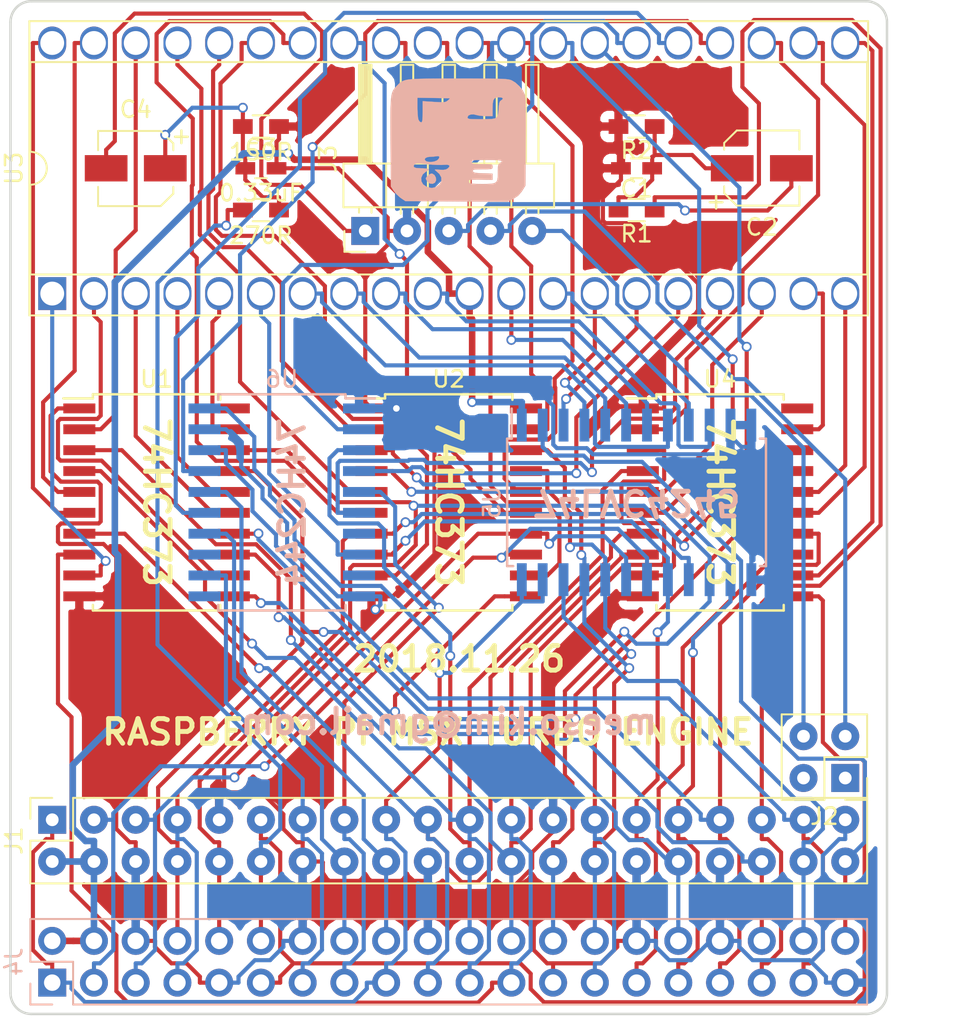
<source format=kicad_pcb>
(kicad_pcb (version 4) (host pcbnew 4.0.7)
  (layers (0 F.Cu signal) (31 B.Cu signal) (34 B.Paste user) (35 F.Paste user) (36 B.SilkS user) (37 F.SilkS user) (38 B.Mask user) (39 F.Mask user) (44 Edge.Cuts user))
  (net 0 "")
  (net 1 GND)
  (net 2 +5V)
  (net 3 /RD3)
  (net 4 /RD4)
  (net 5 /RD6)
  (net 6 /RD7)
  (net 7 /RD0)
  (net 8 /RD1)
  (net 9 /RD2)
  (net 10 /RD5)
  (net 11 /RFSH)
  (net 12 /INT)
  (net 13 /M1)
  (net 14 /IORQ)
  (net 15 /MREQ)
  (net 16 /WR)
  (net 17 /RD)
  (net 18 /RESET)
  (net 19 /A9)
  (net 20 /A15)
  (net 21 /A11)
  (net 22 /A10)
  (net 23 /A7)
  (net 24 /A6)
  (net 25 /A12)
  (net 26 /A8)
  (net 27 /A14)
  (net 28 /A13)
  (net 29 /A1)
  (net 30 /A0)
  (net 31 /A3)
  (net 32 /A2)
  (net 33 /A5)
  (net 34 /A4)
  (net 35 /D1)
  (net 36 /D0)
  (net 37 /D3)
  (net 38 /D2)
  (net 39 /D5)
  (net 40 /D4)
  (net 41 /D7)
  (net 42 /D6)
  (net 43 /CLK)
  (net 44 +3V3)
  (net 45 /RA8)
  (net 46 /RA10)
  (net 47 /RA11)
  (net 48 /RA15)
  (net 49 /RA12)
  (net 50 /RA9)
  (net 51 /RA13)
  (net 52 /RA14)
  (net 53 /RC17)
  (net 54 /RC18)
  (net 55 /RC27)
  (net 56 /RC23)
  (net 57 /RC25)
  (net 58 /RC19)
  (net 59 /RC20)
  (net 60 /RC16)
  (net 61 /RC26)
  (net 62 /RC22)
  (net 63 /RC21)
  (net 64 "Net-(C1-Pad1)")
  (net 65 "Net-(C2-Pad2)")
  (net 66 "Net-(C3-Pad1)")
  (net 67 "Net-(C4-Pad2)")
  (net 68 /RC24)
  (net 69 "Net-(J2-Pad1)")
  (net 70 "Net-(J2-Pad2)")
  (net 71 "Net-(J2-Pad3)")
  (net 72 "Net-(J2-Pad4)")
  (net 73 /BUSACK)
  (net 74 /WAIT)
  (net 75 /BUSRQ)
  (net 76 /NMI)
  (net 77 /HALT)
  (net 78 "Net-(U6-Pad7)")
  (net 79 "Net-(U6-Pad9)")
  (net 80 "Net-(U6-Pad11)")
  (net 81 "Net-(U6-Pad13)")
  (net 82 "Net-(U1-Pad20)")
  (net 83 "Net-(U2-Pad20)")
  (net 84 "Net-(U4-Pad20)")
  (module Capacitors_SMD:C_0603_HandSoldering (layer F.Cu) (at 161.29 69.85 180)
    (fp_text reference C1 (at 0 -1.25 180) (layer F.SilkS))
    (fp_text value 0.33uF)
    (pad 1 smd rect (at -0.95 0 180) (size 1.2 0.75) (layers F.Cu F.Paste F.Mask) (net 64 "Net-(C1-Pad1)"))
    (pad 2 smd rect (at 0.95 0 180) (size 1.2 0.75) (layers F.Cu F.Paste F.Mask) (net 1 GND))
  )
  (module Capacitors_SMD:CP_Elec_4x4.5 (layer F.Cu) (at 168.91 69.85)
    (fp_text reference C2 (at 0 3.58 180) (layer F.SilkS))
    (fp_text value 10uF)
    (fp_text user + (at -2.78 1.99 180) (layer F.SilkS))
    (pad 1 smd rect (at -1.8 0 180) (size 2.6 1.6) (layers F.Cu F.Paste F.Mask) (net 64 "Net-(C1-Pad1)"))
    (pad 2 smd rect (at 1.8 0 180) (size 2.6 1.6) (layers F.Cu F.Paste F.Mask) (net 65 "Net-(C2-Pad2)"))
  )
  (module Capacitors_SMD:C_0603_HandSoldering (layer F.Cu) (at 138.43 69.85)
    (fp_text reference C3 (at 0 -1.25) (layer F.SilkS))
    (fp_text value 0.33uF (at 0 1.5) (layer F.SilkS))
    (pad 1 smd rect (at -0.95 0) (size 1.2 0.75) (layers F.Cu F.Paste F.Mask) (net 66 "Net-(C3-Pad1)"))
    (pad 2 smd rect (at 0.95 0) (size 1.2 0.75) (layers F.Cu F.Paste F.Mask) (net 1 GND))
  )
  (module Capacitors_SMD:CP_Elec_4x4.5 (layer F.Cu) (at 130.81 69.85 180)
    (fp_text reference C4 (at 0 3.58 360) (layer F.SilkS))
    (fp_text value 10uF)
    (fp_text user + (at -2.78 1.99 360) (layer F.SilkS))
    (pad 1 smd rect (at -1.8 0) (size 2.6 1.6) (layers F.Cu F.Paste F.Mask) (net 66 "Net-(C3-Pad1)"))
    (pad 2 smd rect (at 1.8 0) (size 2.6 1.6) (layers F.Cu F.Paste F.Mask) (net 67 "Net-(C4-Pad2)"))
  )
  (module Socket_Strips:Socket_Strip_Straight_2x20_Pitch2.54mm (layer F.Cu) (at 125.73 109.474 90)
    (fp_text reference J1 (at -1.27 -2.33 90) (layer F.SilkS))
    (fp_text value RPi_GPIO)
    (pad 1 thru_hole rect (at 0 0 90) (size 1.7 1.7) (drill 0.777) (layers *.Cu *.Mask) (net 44 +3V3))
    (pad 2 thru_hole oval (at -2.54 0 90) (size 1.7 1.7) (drill 0.777) (layers *.Cu *.Mask) (net 2 +5V))
    (pad 3 thru_hole oval (at 0 2.54 90) (size 1.7 1.7) (drill 0.777) (layers *.Cu *.Mask) (net 9 /RD2))
    (pad 4 thru_hole oval (at -2.54 2.54 90) (size 1.7 1.7) (drill 0.777) (layers *.Cu *.Mask) (net 2 +5V))
    (pad 5 thru_hole oval (at 0 5.08 90) (size 1.7 1.7) (drill 0.777) (layers *.Cu *.Mask) (net 3 /RD3))
    (pad 6 thru_hole oval (at -2.54 5.08 90) (size 1.7 1.7) (drill 0.777) (layers *.Cu *.Mask) (net 1 GND))
    (pad 7 thru_hole oval (at 0 7.62 90) (size 1.7 1.7) (drill 0.777) (layers *.Cu *.Mask) (net 4 /RD4))
    (pad 8 thru_hole oval (at -2.54 7.62 90) (size 1.7 1.7) (drill 0.777) (layers *.Cu *.Mask) (net 52 /RA14))
    (pad 9 thru_hole oval (at 0 10.16 90) (size 1.7 1.7) (drill 0.777) (layers *.Cu *.Mask) (net 1 GND))
    (pad 10 thru_hole oval (at -2.54 10.16 90) (size 1.7 1.7) (drill 0.777) (layers *.Cu *.Mask) (net 48 /RA15))
    (pad 11 thru_hole oval (at 0 12.7 90) (size 1.7 1.7) (drill 0.777) (layers *.Cu *.Mask) (net 53 /RC17))
    (pad 12 thru_hole oval (at -2.54 12.7 90) (size 1.7 1.7) (drill 0.777) (layers *.Cu *.Mask) (net 54 /RC18))
    (pad 13 thru_hole oval (at 0 15.24 90) (size 1.7 1.7) (drill 0.777) (layers *.Cu *.Mask) (net 55 /RC27))
    (pad 14 thru_hole oval (at -2.54 15.24 90) (size 1.7 1.7) (drill 0.777) (layers *.Cu *.Mask) (net 1 GND))
    (pad 15 thru_hole oval (at 0 17.78 90) (size 1.7 1.7) (drill 0.777) (layers *.Cu *.Mask) (net 62 /RC22))
    (pad 16 thru_hole oval (at -2.54 17.78 90) (size 1.7 1.7) (drill 0.777) (layers *.Cu *.Mask) (net 56 /RC23))
    (pad 17 thru_hole oval (at 0 20.32 90) (size 1.7 1.7) (drill 0.777) (layers *.Cu *.Mask) (net 44 +3V3))
    (pad 18 thru_hole oval (at -2.54 20.32 90) (size 1.7 1.7) (drill 0.777) (layers *.Cu *.Mask) (net 68 /RC24))
    (pad 19 thru_hole oval (at 0 22.86 90) (size 1.7 1.7) (drill 0.777) (layers *.Cu *.Mask) (net 46 /RA10))
    (pad 20 thru_hole oval (at -2.54 22.86 90) (size 1.7 1.7) (drill 0.777) (layers *.Cu *.Mask) (net 1 GND))
    (pad 21 thru_hole oval (at 0 25.4 90) (size 1.7 1.7) (drill 0.777) (layers *.Cu *.Mask) (net 50 /RA9))
    (pad 22 thru_hole oval (at -2.54 25.4 90) (size 1.7 1.7) (drill 0.777) (layers *.Cu *.Mask) (net 57 /RC25))
    (pad 23 thru_hole oval (at 0 27.94 90) (size 1.7 1.7) (drill 0.777) (layers *.Cu *.Mask) (net 47 /RA11))
    (pad 24 thru_hole oval (at -2.54 27.94 90) (size 1.7 1.7) (drill 0.777) (layers *.Cu *.Mask) (net 45 /RA8))
    (pad 25 thru_hole oval (at 0 30.48 90) (size 1.7 1.7) (drill 0.777) (layers *.Cu *.Mask) (net 1 GND))
    (pad 26 thru_hole oval (at -2.54 30.48 90) (size 1.7 1.7) (drill 0.777) (layers *.Cu *.Mask) (net 6 /RD7))
    (pad 27 thru_hole oval (at 0 33.02 90) (size 1.7 1.7) (drill 0.777) (layers *.Cu *.Mask) (net 7 /RD0))
    (pad 28 thru_hole oval (at -2.54 33.02 90) (size 1.7 1.7) (drill 0.777) (layers *.Cu *.Mask) (net 8 /RD1))
    (pad 29 thru_hole oval (at 0 35.56 90) (size 1.7 1.7) (drill 0.777) (layers *.Cu *.Mask) (net 10 /RD5))
    (pad 30 thru_hole oval (at -2.54 35.56 90) (size 1.7 1.7) (drill 0.777) (layers *.Cu *.Mask) (net 1 GND))
    (pad 31 thru_hole oval (at 0 38.1 90) (size 1.7 1.7) (drill 0.777) (layers *.Cu *.Mask) (net 5 /RD6))
    (pad 32 thru_hole oval (at -2.54 38.1 90) (size 1.7 1.7) (drill 0.777) (layers *.Cu *.Mask) (net 49 /RA12))
    (pad 33 thru_hole oval (at 0 40.64 90) (size 1.7 1.7) (drill 0.777) (layers *.Cu *.Mask) (net 51 /RA13))
    (pad 34 thru_hole oval (at -2.54 40.64 90) (size 1.7 1.7) (drill 0.777) (layers *.Cu *.Mask) (net 1 GND))
    (pad 35 thru_hole oval (at 0 43.18 90) (size 1.7 1.7) (drill 0.777) (layers *.Cu *.Mask) (net 58 /RC19))
    (pad 36 thru_hole oval (at -2.54 43.18 90) (size 1.7 1.7) (drill 0.777) (layers *.Cu *.Mask) (net 60 /RC16))
    (pad 37 thru_hole oval (at 0 45.72 90) (size 1.7 1.7) (drill 0.777) (layers *.Cu *.Mask) (net 61 /RC26))
    (pad 38 thru_hole oval (at -2.54 45.72 90) (size 1.7 1.7) (drill 0.777) (layers *.Cu *.Mask) (net 59 /RC20))
    (pad 39 thru_hole oval (at 0 48.26 90) (size 1.7 1.7) (drill 0.777) (layers *.Cu *.Mask) (net 1 GND))
    (pad 40 thru_hole oval (at -2.54 48.26 90) (size 1.7 1.7) (drill 0.777) (layers *.Cu *.Mask) (net 63 /RC21))
  )
  (module Pin_Headers:Pin_Header_Straight_2x02_Pitch2.54mm (layer F.Cu) (at 173.99 106.934 180)
    (fp_text reference J2 (at 1.27 -2.33 180) (layer F.SilkS))
    (fp_text value Conn_02x02_Odd_Even)
    (pad 1 thru_hole rect (at 0 0 180) (size 1.7 1.7) (drill 0.777) (layers *.Cu *.Mask) (net 69 "Net-(J2-Pad1)"))
    (pad 2 thru_hole oval (at 2.54 0 180) (size 1.7 1.7) (drill 0.777) (layers *.Cu *.Mask) (net 70 "Net-(J2-Pad2)"))
    (pad 3 thru_hole oval (at 0 2.54 180) (size 1.7 1.7) (drill 0.777) (layers *.Cu *.Mask) (net 71 "Net-(J2-Pad3)"))
    (pad 4 thru_hole oval (at 2.54 2.54 180) (size 1.7 1.7) (drill 0.777) (layers *.Cu *.Mask) (net 72 "Net-(J2-Pad4)"))
  )
  (module Pin_Headers:Pin_Header_Angled_1x05_Pitch2.54mm (layer F.Cu) (at 144.78 73.66 90)
    (fp_text reference J3 (at 4.385 -2.27 90) (layer F.SilkS))
    (fp_text value Conn_01x05_Male)
    (pad 1 thru_hole rect (at 0 0 90) (size 1.7 1.7) (drill 0.777) (layers *.Cu *.Mask) (net 67 "Net-(C4-Pad2)"))
    (pad 2 thru_hole oval (at 0 2.54 90) (size 1.7 1.7) (drill 0.777) (layers *.Cu *.Mask) (net 1 GND))
    (pad 3 thru_hole oval (at 0 5.08 90) (size 1.7 1.7) (drill 0.777) (layers *.Cu *.Mask) (net 65 "Net-(C2-Pad2)"))
    (pad 4 thru_hole oval (at 0 7.62 90) (size 1.7 1.7) (drill 0.777) (layers *.Cu *.Mask) (net 71 "Net-(J2-Pad3)"))
    (pad 5 thru_hole oval (at 0 10.16 90) (size 1.7 1.7) (drill 0.777) (layers *.Cu *.Mask) (net 72 "Net-(J2-Pad4)"))
  )
  (module Resistors_SMD:R_0603_HandSoldering (layer F.Cu) (at 161.29 72.39 180)
    (fp_text reference R1 (at 0 -1.45 180) (layer F.SilkS))
    (fp_text value 270R)
    (pad 1 smd rect (at -1.1 0 180) (size 1.2 0.9) (layers F.Cu F.Paste F.Mask) (net 58 /RC19))
    (pad 2 smd rect (at 1.1 0 180) (size 1.2 0.9) (layers F.Cu F.Paste F.Mask) (net 64 "Net-(C1-Pad1)"))
  )
  (module Resistors_SMD:R_0603_HandSoldering (layer F.Cu) (at 161.29 67.31 180)
    (fp_text reference R2 (at 0 -1.45 180) (layer F.SilkS))
    (fp_text value 150R)
    (pad 1 smd rect (at -1.1 0 180) (size 1.2 0.9) (layers F.Cu F.Paste F.Mask) (net 64 "Net-(C1-Pad1)"))
    (pad 2 smd rect (at 1.1 0 180) (size 1.2 0.9) (layers F.Cu F.Paste F.Mask) (net 1 GND))
  )
  (module Resistors_SMD:R_0603_HandSoldering (layer F.Cu) (at 138.43 72.39)
    (fp_text reference R3 hide)
    (fp_text value 270R (at 0 1.55) (layer F.SilkS))
    (pad 1 smd rect (at -1.1 0) (size 1.2 0.9) (layers F.Cu F.Paste F.Mask) (net 54 /RC18))
    (pad 2 smd rect (at 1.1 0) (size 1.2 0.9) (layers F.Cu F.Paste F.Mask) (net 66 "Net-(C3-Pad1)"))
  )
  (module Resistors_SMD:R_0603_HandSoldering (layer F.Cu) (at 138.43 67.31)
    (fp_text reference R4 hide)
    (fp_text value 150R (at 0 1.55) (layer F.SilkS))
    (pad 1 smd rect (at -1.1 0) (size 1.2 0.9) (layers F.Cu F.Paste F.Mask) (net 66 "Net-(C3-Pad1)"))
    (pad 2 smd rect (at 1.1 0) (size 1.2 0.9) (layers F.Cu F.Paste F.Mask) (net 1 GND))
  )
  (module Housings_SOIC:SOIC-20W_7.5x12.8mm_Pitch1.27mm (layer F.Cu) (at 132.08 90.17)
    (fp_text reference U1 (at 0 -7.5) (layer F.SilkS))
    (fp_text value 74LS373)
    (pad 1 smd rect (at -4.7 -5.715) (size 1.95 0.6) (layers F.Cu F.Paste F.Mask) (net 1 GND))
    (pad 2 smd rect (at -4.7 -4.445) (size 1.95 0.6) (layers F.Cu F.Paste F.Mask) (net 26 /A8))
    (pad 3 smd rect (at -4.7 -3.175) (size 1.95 0.6) (layers F.Cu F.Paste F.Mask) (net 45 /RA8))
    (pad 4 smd rect (at -4.7 -1.905) (size 1.95 0.6) (layers F.Cu F.Paste F.Mask) (net 50 /RA9))
    (pad 5 smd rect (at -4.7 -0.635) (size 1.95 0.6) (layers F.Cu F.Paste F.Mask) (net 19 /A9))
    (pad 6 smd rect (at -4.7 0.635) (size 1.95 0.6) (layers F.Cu F.Paste F.Mask) (net 22 /A10))
    (pad 7 smd rect (at -4.7 1.905) (size 1.95 0.6) (layers F.Cu F.Paste F.Mask) (net 46 /RA10))
    (pad 8 smd rect (at -4.7 3.175) (size 1.95 0.6) (layers F.Cu F.Paste F.Mask) (net 47 /RA11))
    (pad 9 smd rect (at -4.7 4.445) (size 1.95 0.6) (layers F.Cu F.Paste F.Mask) (net 21 /A11))
    (pad 10 smd rect (at -4.7 5.715) (size 1.95 0.6) (layers F.Cu F.Paste F.Mask) (net 1 GND))
    (pad 11 smd rect (at 4.7 5.715) (size 1.95 0.6) (layers F.Cu F.Paste F.Mask) (net 60 /RC16))
    (pad 12 smd rect (at 4.7 4.445) (size 1.95 0.6) (layers F.Cu F.Paste F.Mask) (net 25 /A12))
    (pad 13 smd rect (at 4.7 3.175) (size 1.95 0.6) (layers F.Cu F.Paste F.Mask) (net 49 /RA12))
    (pad 14 smd rect (at 4.7 1.905) (size 1.95 0.6) (layers F.Cu F.Paste F.Mask) (net 51 /RA13))
    (pad 15 smd rect (at 4.7 0.635) (size 1.95 0.6) (layers F.Cu F.Paste F.Mask) (net 28 /A13))
    (pad 16 smd rect (at 4.7 -0.635) (size 1.95 0.6) (layers F.Cu F.Paste F.Mask) (net 27 /A14))
    (pad 17 smd rect (at 4.7 -1.905) (size 1.95 0.6) (layers F.Cu F.Paste F.Mask) (net 52 /RA14))
    (pad 18 smd rect (at 4.7 -3.175) (size 1.95 0.6) (layers F.Cu F.Paste F.Mask) (net 48 /RA15))
    (pad 19 smd rect (at 4.7 -4.445) (size 1.95 0.6) (layers F.Cu F.Paste F.Mask) (net 20 /A15))
    (pad 20 smd rect (at 4.7 -5.715) (size 1.95 0.6) (layers F.Cu F.Paste F.Mask) (net 82 "Net-(U1-Pad20)"))
  )
  (module Housings_SOIC:SOIC-20W_7.5x12.8mm_Pitch1.27mm (layer F.Cu) (at 149.86 90.17)
    (fp_text reference U2 (at 0 -7.5) (layer F.SilkS))
    (fp_text value 74LS373)
    (pad 1 smd rect (at -4.7 -5.715) (size 1.95 0.6) (layers F.Cu F.Paste F.Mask) (net 1 GND))
    (pad 2 smd rect (at -4.7 -4.445) (size 1.95 0.6) (layers F.Cu F.Paste F.Mask) (net 24 /A6))
    (pad 3 smd rect (at -4.7 -3.175) (size 1.95 0.6) (layers F.Cu F.Paste F.Mask) (net 5 /RD6))
    (pad 4 smd rect (at -4.7 -1.905) (size 1.95 0.6) (layers F.Cu F.Paste F.Mask) (net 6 /RD7))
    (pad 5 smd rect (at -4.7 -0.635) (size 1.95 0.6) (layers F.Cu F.Paste F.Mask) (net 23 /A7))
    (pad 6 smd rect (at -4.7 0.635) (size 1.95 0.6) (layers F.Cu F.Paste F.Mask) (net 34 /A4))
    (pad 7 smd rect (at -4.7 1.905) (size 1.95 0.6) (layers F.Cu F.Paste F.Mask) (net 4 /RD4))
    (pad 8 smd rect (at -4.7 3.175) (size 1.95 0.6) (layers F.Cu F.Paste F.Mask) (net 10 /RD5))
    (pad 9 smd rect (at -4.7 4.445) (size 1.95 0.6) (layers F.Cu F.Paste F.Mask) (net 33 /A5))
    (pad 10 smd rect (at -4.7 5.715) (size 1.95 0.6) (layers F.Cu F.Paste F.Mask) (net 1 GND))
    (pad 11 smd rect (at 4.7 5.715) (size 1.95 0.6) (layers F.Cu F.Paste F.Mask) (net 60 /RC16))
    (pad 12 smd rect (at 4.7 4.445) (size 1.95 0.6) (layers F.Cu F.Paste F.Mask) (net 32 /A2))
    (pad 13 smd rect (at 4.7 3.175) (size 1.95 0.6) (layers F.Cu F.Paste F.Mask) (net 9 /RD2))
    (pad 14 smd rect (at 4.7 1.905) (size 1.95 0.6) (layers F.Cu F.Paste F.Mask) (net 3 /RD3))
    (pad 15 smd rect (at 4.7 0.635) (size 1.95 0.6) (layers F.Cu F.Paste F.Mask) (net 31 /A3))
    (pad 16 smd rect (at 4.7 -0.635) (size 1.95 0.6) (layers F.Cu F.Paste F.Mask) (net 30 /A0))
    (pad 17 smd rect (at 4.7 -1.905) (size 1.95 0.6) (layers F.Cu F.Paste F.Mask) (net 7 /RD0))
    (pad 18 smd rect (at 4.7 -3.175) (size 1.95 0.6) (layers F.Cu F.Paste F.Mask) (net 8 /RD1))
    (pad 19 smd rect (at 4.7 -4.445) (size 1.95 0.6) (layers F.Cu F.Paste F.Mask) (net 29 /A1))
    (pad 20 smd rect (at 4.7 -5.715) (size 1.95 0.6) (layers F.Cu F.Paste F.Mask) (net 83 "Net-(U2-Pad20)"))
  )
  (module Housings_DIP:DIP-40_W15.24mm_Socket (layer F.Cu) (at 125.73 77.47 90)
    (fp_text reference U3 (at 7.62 -2.33 90) (layer F.SilkS))
    (fp_text value Z80CPU)
    (pad 1 thru_hole rect (at 0 0 90) (size 2 1.7) (drill 1.45) (layers *.Cu *.Mask) (net 21 /A11))
    (pad 21 thru_hole oval (at 15.24 48.26 90) (size 2 1.7) (drill 1.45) (layers *.Cu *.Mask) (net 17 /RD))
    (pad 2 thru_hole oval (at 0 2.54 90) (size 2 1.7) (drill 1.45) (layers *.Cu *.Mask) (net 25 /A12))
    (pad 22 thru_hole oval (at 15.24 45.72 90) (size 2 1.7) (drill 1.45) (layers *.Cu *.Mask) (net 16 /WR))
    (pad 3 thru_hole oval (at 0 5.08 90) (size 2 1.7) (drill 1.45) (layers *.Cu *.Mask) (net 28 /A13))
    (pad 23 thru_hole oval (at 15.24 43.18 90) (size 2 1.7) (drill 1.45) (layers *.Cu *.Mask) (net 73 /BUSACK))
    (pad 4 thru_hole oval (at 0 7.62 90) (size 2 1.7) (drill 1.45) (layers *.Cu *.Mask) (net 27 /A14))
    (pad 24 thru_hole oval (at 15.24 40.64 90) (size 2 1.7) (drill 1.45) (layers *.Cu *.Mask) (net 74 /WAIT))
    (pad 5 thru_hole oval (at 0 10.16 90) (size 2 1.7) (drill 1.45) (layers *.Cu *.Mask) (net 20 /A15))
    (pad 25 thru_hole oval (at 15.24 38.1 90) (size 2 1.7) (drill 1.45) (layers *.Cu *.Mask) (net 75 /BUSRQ))
    (pad 6 thru_hole oval (at 0 12.7 90) (size 2 1.7) (drill 1.45) (layers *.Cu *.Mask) (net 43 /CLK))
    (pad 26 thru_hole oval (at 15.24 35.56 90) (size 2 1.7) (drill 1.45) (layers *.Cu *.Mask) (net 18 /RESET))
    (pad 7 thru_hole oval (at 0 15.24 90) (size 2 1.7) (drill 1.45) (layers *.Cu *.Mask) (net 40 /D4))
    (pad 27 thru_hole oval (at 15.24 33.02 90) (size 2 1.7) (drill 1.45) (layers *.Cu *.Mask) (net 13 /M1))
    (pad 8 thru_hole oval (at 0 17.78 90) (size 2 1.7) (drill 1.45) (layers *.Cu *.Mask) (net 37 /D3))
    (pad 28 thru_hole oval (at 15.24 30.48 90) (size 2 1.7) (drill 1.45) (layers *.Cu *.Mask) (net 11 /RFSH))
    (pad 9 thru_hole oval (at 0 20.32 90) (size 2 1.7) (drill 1.45) (layers *.Cu *.Mask) (net 39 /D5))
    (pad 29 thru_hole oval (at 15.24 27.94 90) (size 2 1.7) (drill 1.45) (layers *.Cu *.Mask) (net 1 GND))
    (pad 10 thru_hole oval (at 0 22.86 90) (size 2 1.7) (drill 1.45) (layers *.Cu *.Mask) (net 42 /D6))
    (pad 30 thru_hole oval (at 15.24 25.4 90) (size 2 1.7) (drill 1.45) (layers *.Cu *.Mask) (net 30 /A0))
    (pad 11 thru_hole oval (at 0 25.4 90) (size 2 1.7) (drill 1.45) (layers *.Cu *.Mask) (net 2 +5V))
    (pad 31 thru_hole oval (at 15.24 22.86 90) (size 2 1.7) (drill 1.45) (layers *.Cu *.Mask) (net 29 /A1))
    (pad 12 thru_hole oval (at 0 27.94 90) (size 2 1.7) (drill 1.45) (layers *.Cu *.Mask) (net 38 /D2))
    (pad 32 thru_hole oval (at 15.24 20.32 90) (size 2 1.7) (drill 1.45) (layers *.Cu *.Mask) (net 32 /A2))
    (pad 13 thru_hole oval (at 0 30.48 90) (size 2 1.7) (drill 1.45) (layers *.Cu *.Mask) (net 41 /D7))
    (pad 33 thru_hole oval (at 15.24 17.78 90) (size 2 1.7) (drill 1.45) (layers *.Cu *.Mask) (net 31 /A3))
    (pad 14 thru_hole oval (at 0 33.02 90) (size 2 1.7) (drill 1.45) (layers *.Cu *.Mask) (net 36 /D0))
    (pad 34 thru_hole oval (at 15.24 15.24 90) (size 2 1.7) (drill 1.45) (layers *.Cu *.Mask) (net 34 /A4))
    (pad 15 thru_hole oval (at 0 35.56 90) (size 2 1.7) (drill 1.45) (layers *.Cu *.Mask) (net 35 /D1))
    (pad 35 thru_hole oval (at 15.24 12.7 90) (size 2 1.7) (drill 1.45) (layers *.Cu *.Mask) (net 33 /A5))
    (pad 16 thru_hole oval (at 0 38.1 90) (size 2 1.7) (drill 1.45) (layers *.Cu *.Mask) (net 12 /INT))
    (pad 36 thru_hole oval (at 15.24 10.16 90) (size 2 1.7) (drill 1.45) (layers *.Cu *.Mask) (net 24 /A6))
    (pad 17 thru_hole oval (at 0 40.64 90) (size 2 1.7) (drill 1.45) (layers *.Cu *.Mask) (net 76 /NMI))
    (pad 37 thru_hole oval (at 15.24 7.62 90) (size 2 1.7) (drill 1.45) (layers *.Cu *.Mask) (net 23 /A7))
    (pad 18 thru_hole oval (at 0 43.18 90) (size 2 1.7) (drill 1.45) (layers *.Cu *.Mask) (net 77 /HALT))
    (pad 38 thru_hole oval (at 15.24 5.08 90) (size 2 1.7) (drill 1.45) (layers *.Cu *.Mask) (net 26 /A8))
    (pad 19 thru_hole oval (at 0 45.72 90) (size 2 1.7) (drill 1.45) (layers *.Cu *.Mask) (net 15 /MREQ))
    (pad 39 thru_hole oval (at 15.24 2.54 90) (size 2 1.7) (drill 1.45) (layers *.Cu *.Mask) (net 19 /A9))
    (pad 20 thru_hole oval (at 0 48.26 90) (size 2 1.7) (drill 1.45) (layers *.Cu *.Mask) (net 14 /IORQ))
    (pad 40 thru_hole oval (at 15.24 0 90) (size 2 1.7) (drill 1.45) (layers *.Cu *.Mask) (net 22 /A10))
  )
  (module Housings_SOIC:SOIC-20W_7.5x12.8mm_Pitch1.27mm (layer F.Cu) (at 166.37 90.17)
    (fp_text reference U4 (at 0 -7.5) (layer F.SilkS))
    (fp_text value 74LS373)
    (pad 1 smd rect (at -4.7 -5.715) (size 1.95 0.6) (layers F.Cu F.Paste F.Mask) (net 1 GND))
    (pad 2 smd rect (at -4.7 -4.445) (size 1.95 0.6) (layers F.Cu F.Paste F.Mask) (net 73 /BUSACK))
    (pad 3 smd rect (at -4.7 -3.175) (size 1.95 0.6) (layers F.Cu F.Paste F.Mask) (net 45 /RA8))
    (pad 4 smd rect (at -4.7 -1.905) (size 1.95 0.6) (layers F.Cu F.Paste F.Mask) (net 50 /RA9))
    (pad 5 smd rect (at -4.7 -0.635) (size 1.95 0.6) (layers F.Cu F.Paste F.Mask) (net 77 /HALT))
    (pad 6 smd rect (at -4.7 0.635) (size 1.95 0.6) (layers F.Cu F.Paste F.Mask) (net 11 /RFSH))
    (pad 7 smd rect (at -4.7 1.905) (size 1.95 0.6) (layers F.Cu F.Paste F.Mask) (net 46 /RA10))
    (pad 8 smd rect (at -4.7 3.175) (size 1.95 0.6) (layers F.Cu F.Paste F.Mask) (net 47 /RA11))
    (pad 9 smd rect (at -4.7 4.445) (size 1.95 0.6) (layers F.Cu F.Paste F.Mask) (net 13 /M1))
    (pad 10 smd rect (at -4.7 5.715) (size 1.95 0.6) (layers F.Cu F.Paste F.Mask) (net 1 GND))
    (pad 11 smd rect (at 4.7 5.715) (size 1.95 0.6) (layers F.Cu F.Paste F.Mask) (net 53 /RC17))
    (pad 12 smd rect (at 4.7 4.445) (size 1.95 0.6) (layers F.Cu F.Paste F.Mask) (net 17 /RD))
    (pad 13 smd rect (at 4.7 3.175) (size 1.95 0.6) (layers F.Cu F.Paste F.Mask) (net 49 /RA12))
    (pad 14 smd rect (at 4.7 1.905) (size 1.95 0.6) (layers F.Cu F.Paste F.Mask) (net 51 /RA13))
    (pad 15 smd rect (at 4.7 0.635) (size 1.95 0.6) (layers F.Cu F.Paste F.Mask) (net 16 /WR))
    (pad 16 smd rect (at 4.7 -0.635) (size 1.95 0.6) (layers F.Cu F.Paste F.Mask) (net 14 /IORQ))
    (pad 17 smd rect (at 4.7 -1.905) (size 1.95 0.6) (layers F.Cu F.Paste F.Mask) (net 52 /RA14))
    (pad 18 smd rect (at 4.7 -3.175) (size 1.95 0.6) (layers F.Cu F.Paste F.Mask) (net 48 /RA15))
    (pad 19 smd rect (at 4.7 -4.445) (size 1.95 0.6) (layers F.Cu F.Paste F.Mask) (net 15 /MREQ))
    (pad 20 smd rect (at 4.7 -5.715) (size 1.95 0.6) (layers F.Cu F.Paste F.Mask) (net 84 "Net-(U4-Pad20)"))
  )
  (module Housings_SOIC:SOIC-24W_7.5x15.4mm_Pitch1.27mm (layer B.Cu) (at 161.29 90.17 270)
    (fp_text reference U5 (at 0 8.8 270) (layer B.SilkS) (effects (justify mirror)))
    (fp_text value LVC4245)
    (pad 1 smd rect (at -4.7 6.985 270) (size 2 0.6) (layers B.Cu B.Paste B.Mask) (net 2 +5V))
    (pad 2 smd rect (at -4.7 5.715 270) (size 2 0.6) (layers B.Cu B.Paste B.Mask) (net 63 /RC21))
    (pad 3 smd rect (at -4.7 4.445 270) (size 2 0.6) (layers B.Cu B.Paste B.Mask) (net 35 /D1))
    (pad 4 smd rect (at -4.7 3.175 270) (size 2 0.6) (layers B.Cu B.Paste B.Mask) (net 36 /D0))
    (pad 5 smd rect (at -4.7 1.905 270) (size 2 0.6) (layers B.Cu B.Paste B.Mask) (net 37 /D3))
    (pad 6 smd rect (at -4.7 0.635 270) (size 2 0.6) (layers B.Cu B.Paste B.Mask) (net 38 /D2))
    (pad 7 smd rect (at -4.7 -0.635 270) (size 2 0.6) (layers B.Cu B.Paste B.Mask) (net 39 /D5))
    (pad 8 smd rect (at -4.7 -1.905 270) (size 2 0.6) (layers B.Cu B.Paste B.Mask) (net 40 /D4))
    (pad 9 smd rect (at -4.7 -3.175 270) (size 2 0.6) (layers B.Cu B.Paste B.Mask) (net 41 /D7))
    (pad 10 smd rect (at -4.7 -4.445 270) (size 2 0.6) (layers B.Cu B.Paste B.Mask) (net 42 /D6))
    (pad 11 smd rect (at -4.7 -5.715 270) (size 2 0.6) (layers B.Cu B.Paste B.Mask) (net 1 GND))
    (pad 12 smd rect (at -4.7 -6.985 270) (size 2 0.6) (layers B.Cu B.Paste B.Mask) (net 1 GND))
    (pad 13 smd rect (at 4.7 -6.985 270) (size 2 0.6) (layers B.Cu B.Paste B.Mask) (net 1 GND))
    (pad 14 smd rect (at 4.7 -5.715 270) (size 2 0.6) (layers B.Cu B.Paste B.Mask) (net 5 /RD6))
    (pad 15 smd rect (at 4.7 -4.445 270) (size 2 0.6) (layers B.Cu B.Paste B.Mask) (net 6 /RD7))
    (pad 16 smd rect (at 4.7 -3.175 270) (size 2 0.6) (layers B.Cu B.Paste B.Mask) (net 4 /RD4))
    (pad 17 smd rect (at 4.7 -1.905 270) (size 2 0.6) (layers B.Cu B.Paste B.Mask) (net 10 /RD5))
    (pad 18 smd rect (at 4.7 -0.635 270) (size 2 0.6) (layers B.Cu B.Paste B.Mask) (net 9 /RD2))
    (pad 19 smd rect (at 4.7 0.635 270) (size 2 0.6) (layers B.Cu B.Paste B.Mask) (net 3 /RD3))
    (pad 20 smd rect (at 4.7 1.905 270) (size 2 0.6) (layers B.Cu B.Paste B.Mask) (net 7 /RD0))
    (pad 21 smd rect (at 4.7 3.175 270) (size 2 0.6) (layers B.Cu B.Paste B.Mask) (net 8 /RD1))
    (pad 22 smd rect (at 4.7 4.445 270) (size 2 0.6) (layers B.Cu B.Paste B.Mask) (net 59 /RC20))
    (pad 23 smd rect (at 4.7 5.715 270) (size 2 0.6) (layers B.Cu B.Paste B.Mask) (net 44 +3V3))
    (pad 24 smd rect (at 4.7 6.985 270) (size 2 0.6) (layers B.Cu B.Paste B.Mask) (net 44 +3V3))
  )
  (module Housings_SOIC:SOIC-20W_7.5x12.8mm_Pitch1.27mm (layer B.Cu) (at 139.7 90.17 180)
    (fp_text reference U6 (at 0 7.5 180) (layer B.SilkS) (effects (justify mirror)))
    (fp_text value 74HC244)
    (pad 1 smd rect (at -4.7 5.715 180) (size 1.95 0.6) (layers B.Cu B.Paste B.Mask) (net 1 GND))
    (pad 2 smd rect (at -4.7 4.445 180) (size 1.95 0.6) (layers B.Cu B.Paste B.Mask) (net 18 /RESET))
    (pad 3 smd rect (at -4.7 3.175 180) (size 1.95 0.6) (layers B.Cu B.Paste B.Mask) (net 57 /RC25))
    (pad 4 smd rect (at -4.7 1.905 180) (size 1.95 0.6) (layers B.Cu B.Paste B.Mask) (net 12 /INT))
    (pad 5 smd rect (at -4.7 0.635 180) (size 1.95 0.6) (layers B.Cu B.Paste B.Mask) (net 62 /RC22))
    (pad 6 smd rect (at -4.7 -0.635 180) (size 1.95 0.6) (layers B.Cu B.Paste B.Mask) (net 76 /NMI))
    (pad 7 smd rect (at -4.7 -1.905 180) (size 1.95 0.6) (layers B.Cu B.Paste B.Mask) (net 78 "Net-(U6-Pad7)"))
    (pad 8 smd rect (at -4.7 -3.175 180) (size 1.95 0.6) (layers B.Cu B.Paste B.Mask) (net 43 /CLK))
    (pad 9 smd rect (at -4.7 -4.445 180) (size 1.95 0.6) (layers B.Cu B.Paste B.Mask) (net 79 "Net-(U6-Pad9)"))
    (pad 10 smd rect (at -4.7 -5.715 180) (size 1.95 0.6) (layers B.Cu B.Paste B.Mask) (net 1 GND))
    (pad 11 smd rect (at 4.7 -5.715 180) (size 1.95 0.6) (layers B.Cu B.Paste B.Mask) (net 80 "Net-(U6-Pad11)"))
    (pad 12 smd rect (at 4.7 -4.445 180) (size 1.95 0.6) (layers B.Cu B.Paste B.Mask) (net 55 /RC27))
    (pad 13 smd rect (at 4.7 -3.175 180) (size 1.95 0.6) (layers B.Cu B.Paste B.Mask) (net 81 "Net-(U6-Pad13)"))
    (pad 14 smd rect (at 4.7 -1.905 180) (size 1.95 0.6) (layers B.Cu B.Paste B.Mask) (net 56 /RC23))
    (pad 15 smd rect (at 4.7 -0.635 180) (size 1.95 0.6) (layers B.Cu B.Paste B.Mask) (net 75 /BUSRQ))
    (pad 16 smd rect (at 4.7 0.635 180) (size 1.95 0.6) (layers B.Cu B.Paste B.Mask) (net 68 /RC24))
    (pad 17 smd rect (at 4.7 1.905 180) (size 1.95 0.6) (layers B.Cu B.Paste B.Mask) (net 74 /WAIT))
    (pad 18 smd rect (at 4.7 3.175 180) (size 1.95 0.6) (layers B.Cu B.Paste B.Mask) (net 61 /RC26))
    (pad 19 smd rect (at 4.7 4.445 180) (size 1.95 0.6) (layers B.Cu B.Paste B.Mask) (net 1 GND))
    (pad 20 smd rect (at 4.7 5.715 180) (size 1.95 0.6) (layers B.Cu B.Paste B.Mask) (net 44 +3V3))
  )
  (module MSX:srxg (layer B.Cu) (at 150.495 68.58 180)
    (fp_text reference G*** hide)
    (fp_text value LOGO hide)
  )
  (module Socket_Strips:Socket_Strip_Straight_2x20_Pitch2.54mm (layer B.Cu) (at 125.73 119.38 270)
    (fp_text reference J4 (at -1.27 2.33 270) (layer B.SilkS) (effects (justify mirror)))
    (fp_text value RPi_GPIO)
    (pad 1 thru_hole rect (at 0 0 270) (size 1.7 1.7) (drill 1) (layers *.Cu *.Mask) (net 44 +3V3))
    (pad 2 thru_hole oval (at -2.54 0 270) (size 1.7 1.7) (drill 1) (layers *.Cu *.Mask) (net 2 +5V))
    (pad 3 thru_hole oval (at 0 -2.54 270) (size 1.7 1.7) (drill 1) (layers *.Cu *.Mask) (net 9 /RD2))
    (pad 4 thru_hole oval (at -2.54 -2.54 270) (size 1.7 1.7) (drill 1) (layers *.Cu *.Mask) (net 2 +5V))
    (pad 5 thru_hole oval (at 0 -5.08 270) (size 1.7 1.7) (drill 1) (layers *.Cu *.Mask) (net 3 /RD3))
    (pad 6 thru_hole oval (at -2.54 -5.08 270) (size 1.7 1.7) (drill 1) (layers *.Cu *.Mask) (net 1 GND))
    (pad 7 thru_hole oval (at 0 -7.62 270) (size 1.7 1.7) (drill 1) (layers *.Cu *.Mask) (net 4 /RD4))
    (pad 8 thru_hole oval (at -2.54 -7.62 270) (size 1.7 1.7) (drill 1) (layers *.Cu *.Mask) (net 52 /RA14))
    (pad 9 thru_hole oval (at 0 -10.16 270) (size 1.7 1.7) (drill 1) (layers *.Cu *.Mask) (net 1 GND))
    (pad 10 thru_hole oval (at -2.54 -10.16 270) (size 1.7 1.7) (drill 1) (layers *.Cu *.Mask) (net 48 /RA15))
    (pad 11 thru_hole oval (at 0 -12.7 270) (size 1.7 1.7) (drill 1) (layers *.Cu *.Mask) (net 53 /RC17))
    (pad 12 thru_hole oval (at -2.54 -12.7 270) (size 1.7 1.7) (drill 1) (layers *.Cu *.Mask) (net 54 /RC18))
    (pad 13 thru_hole oval (at 0 -15.24 270) (size 1.7 1.7) (drill 1) (layers *.Cu *.Mask) (net 55 /RC27))
    (pad 14 thru_hole oval (at -2.54 -15.24 270) (size 1.7 1.7) (drill 1) (layers *.Cu *.Mask) (net 1 GND))
    (pad 15 thru_hole oval (at 0 -17.78 270) (size 1.7 1.7) (drill 1) (layers *.Cu *.Mask) (net 62 /RC22))
    (pad 16 thru_hole oval (at -2.54 -17.78 270) (size 1.7 1.7) (drill 1) (layers *.Cu *.Mask) (net 56 /RC23))
    (pad 17 thru_hole oval (at 0 -20.32 270) (size 1.7 1.7) (drill 1) (layers *.Cu *.Mask) (net 44 +3V3))
    (pad 18 thru_hole oval (at -2.54 -20.32 270) (size 1.7 1.7) (drill 1) (layers *.Cu *.Mask) (net 68 /RC24))
    (pad 19 thru_hole oval (at 0 -22.86 270) (size 1.7 1.7) (drill 1) (layers *.Cu *.Mask) (net 46 /RA10))
    (pad 20 thru_hole oval (at -2.54 -22.86 270) (size 1.7 1.7) (drill 1) (layers *.Cu *.Mask) (net 1 GND))
    (pad 21 thru_hole oval (at 0 -25.4 270) (size 1.7 1.7) (drill 1) (layers *.Cu *.Mask) (net 50 /RA9))
    (pad 22 thru_hole oval (at -2.54 -25.4 270) (size 1.7 1.7) (drill 1) (layers *.Cu *.Mask) (net 57 /RC25))
    (pad 23 thru_hole oval (at 0 -27.94 270) (size 1.7 1.7) (drill 1) (layers *.Cu *.Mask) (net 47 /RA11))
    (pad 24 thru_hole oval (at -2.54 -27.94 270) (size 1.7 1.7) (drill 1) (layers *.Cu *.Mask) (net 45 /RA8))
    (pad 25 thru_hole oval (at 0 -30.48 270) (size 1.7 1.7) (drill 1) (layers *.Cu *.Mask) (net 1 GND))
    (pad 26 thru_hole oval (at -2.54 -30.48 270) (size 1.7 1.7) (drill 1) (layers *.Cu *.Mask) (net 6 /RD7))
    (pad 27 thru_hole oval (at 0 -33.02 270) (size 1.7 1.7) (drill 1) (layers *.Cu *.Mask) (net 7 /RD0))
    (pad 28 thru_hole oval (at -2.54 -33.02 270) (size 1.7 1.7) (drill 1) (layers *.Cu *.Mask) (net 8 /RD1))
    (pad 29 thru_hole oval (at 0 -35.56 270) (size 1.7 1.7) (drill 1) (layers *.Cu *.Mask) (net 10 /RD5))
    (pad 30 thru_hole oval (at -2.54 -35.56 270) (size 1.7 1.7) (drill 1) (layers *.Cu *.Mask) (net 1 GND))
    (pad 31 thru_hole oval (at 0 -38.1 270) (size 1.7 1.7) (drill 1) (layers *.Cu *.Mask) (net 5 /RD6))
    (pad 32 thru_hole oval (at -2.54 -38.1 270) (size 1.7 1.7) (drill 1) (layers *.Cu *.Mask) (net 49 /RA12))
    (pad 33 thru_hole oval (at 0 -40.64 270) (size 1.7 1.7) (drill 1) (layers *.Cu *.Mask) (net 51 /RA13))
    (pad 34 thru_hole oval (at -2.54 -40.64 270) (size 1.7 1.7) (drill 1) (layers *.Cu *.Mask) (net 1 GND))
    (pad 35 thru_hole oval (at 0 -43.18 270) (size 1.7 1.7) (drill 1) (layers *.Cu *.Mask) (net 58 /RC19))
    (pad 36 thru_hole oval (at -2.54 -43.18 270) (size 1.7 1.7) (drill 1) (layers *.Cu *.Mask) (net 60 /RC16))
    (pad 37 thru_hole oval (at 0 -45.72 270) (size 1.7 1.7) (drill 1) (layers *.Cu *.Mask) (net 61 /RC26))
    (pad 38 thru_hole oval (at -2.54 -45.72 270) (size 1.7 1.7) (drill 1) (layers *.Cu *.Mask) (net 59 /RC20))
    (pad 39 thru_hole oval (at 0 -48.26 270) (size 1.7 1.7) (drill 1) (layers *.Cu *.Mask) (net 1 GND))
    (pad 40 thru_hole oval (at -2.54 -48.26 270) (size 1.7 1.7) (drill 1) (layers *.Cu *.Mask) (net 63 /RC21))
  )
  (gr_text 2018.11.26 (at 150.495 99.695) (layer F.SilkS) (effects (font (size 1.5 1.5) (thickness 0.3))))
  (gr_text meeso.kim@gmail.com (at 149.86 103.505) (layer B.SilkS) (effects (font (size 1.5 1.5) (thickness 0.3)) (justify mirror)))
  (gr_text "RASPBERRY PI MSX TURBO ENGINE" (at 148.59 104.14) (layer F.SilkS) (effects (font (size 1.5 1.5) (thickness 0.3))))
  (gr_text 74LVC4245 (at 161.29 90.17 180) (layer B.SilkS) (effects (font (size 1.5 1.5) (thickness 0.3)) (justify mirror)))
  (gr_text 74HC244 (at 140.335 90.17 90) (layer B.SilkS) (effects (font (size 1.5 1.5) (thickness 0.3)) (justify mirror)))
  (gr_text 74HC373 (at 166.37 90.17 270) (layer F.SilkS) (effects (font (size 1.5 1.5) (thickness 0.3))))
  (gr_text 74HC373 (at 149.86 90.17 270) (layer F.SilkS) (effects (font (size 1.5 1.5) (thickness 0.3))))
  (gr_text 74HC373 (at 132.08 90.17 270) (layer F.SilkS) (effects (font (size 1.5 1.5) (thickness 0.3))))
  (gr_arc (start 175.26 120.015) (end 176.53 120.015) (angle 90) (layer Edge.Cuts) (width 0.15))
  (gr_arc (start 124.46 120.015) (end 124.46 121.285) (angle 90) (layer Edge.Cuts) (width 0.15))
  (gr_arc (start 124.46 60.96) (end 123.19 60.96) (angle 90) (layer Edge.Cuts) (width 0.15))
  (gr_arc (start 175.26 60.96) (end 175.26 59.69) (angle 90) (layer Edge.Cuts) (width 0.15))
  (gr_line (start 175.26 59.69) (end 124.46 59.69) (angle 90) (layer Edge.Cuts) (width 0.15))
  (gr_line (start 176.53 120.015) (end 176.53 60.96) (angle 90) (layer Edge.Cuts) (width 0.15))
  (gr_line (start 124.46 121.285) (end 175.26 121.285) (angle 90) (layer Edge.Cuts) (width 0.15))
  (gr_line (start 123.19 60.96) (end 123.19 120.015) (angle 90) (layer Edge.Cuts) (width 0.15))
  (via (at 146.6733 84.455) (size 0.6) (layers F.Cu B.Cu) (net 1))
  (via (at 145.3968 96.6869) (size 0.6) (layers F.Cu B.Cu) (net 1))
  (segment (start 166.37 116.84) (end 165.7824 116.84) (width 0.25) (layer B.Cu) (net 1))
  (segment (start 166.37 112.014) (end 166.37 113.1893) (width 0.25) (layer B.Cu) (net 1))
  (segment (start 130.81 116.84) (end 130.81 115.6647) (width 0.25) (layer B.Cu) (net 1))
  (segment (start 156.21 109.474) (end 156.21 108.2987) (width 0.25) (layer F.Cu) (net 1))
  (segment (start 166.37 116.2524) (end 165.7824 116.84) (width 0.25) (layer B.Cu) (net 1))
  (segment (start 166.37 113.1893) (end 166.37 116.2524) (width 0.25) (layer B.Cu) (net 1))
  (segment (start 162.4653 117.2074) (end 162.4653 116.84) (width 0.25) (layer B.Cu) (net 1))
  (segment (start 163.2732 118.0153) (end 162.4653 117.2074) (width 0.25) (layer B.Cu) (net 1))
  (segment (start 164.6071 118.0153) (end 163.2732 118.0153) (width 0.25) (layer B.Cu) (net 1))
  (segment (start 165.7824 116.84) (end 164.6071 118.0153) (width 0.25) (layer B.Cu) (net 1))
  (segment (start 161.29 116.84) (end 162.4653 116.84) (width 0.25) (layer B.Cu) (net 1))
  (segment (start 161.67 95.885) (end 160.3697 95.885) (width 0.25) (layer F.Cu) (net 1))
  (segment (start 140.97 112.014) (end 142.1453 112.014) (width 0.25) (layer F.Cu) (net 1))
  (segment (start 140.97 116.84) (end 140.97 115.6647) (width 0.25) (layer F.Cu) (net 1))
  (segment (start 148.59 112.014) (end 148.59 113.1893) (width 0.25) (layer F.Cu) (net 1))
  (segment (start 148.59 116.84) (end 148.59 115.6647) (width 0.25) (layer F.Cu) (net 1))
  (segment (start 142.1973 113.1893) (end 148.59 113.1893) (width 0.25) (layer F.Cu) (net 1))
  (segment (start 142.1973 114.4374) (end 142.1973 113.1893) (width 0.25) (layer F.Cu) (net 1))
  (segment (start 140.97 115.6647) (end 142.1973 114.4374) (width 0.25) (layer F.Cu) (net 1))
  (segment (start 142.1973 112.066) (end 142.1453 112.014) (width 0.25) (layer F.Cu) (net 1))
  (segment (start 142.1973 113.1893) (end 142.1973 112.066) (width 0.25) (layer F.Cu) (net 1))
  (segment (start 127.38 95.885) (end 128.6803 95.885) (width 0.25) (layer F.Cu) (net 1))
  (segment (start 139.53 67.31) (end 139.53 68.0853) (width 0.25) (layer F.Cu) (net 1))
  (segment (start 139.38 69.85) (end 139.38 69.1497) (width 0.25) (layer F.Cu) (net 1))
  (segment (start 173.99 119.38) (end 172.8147 119.38) (width 0.25) (layer B.Cu) (net 1))
  (segment (start 166.37 116.84) (end 167.5453 116.84) (width 0.25) (layer B.Cu) (net 1))
  (segment (start 130.81 115.6647) (end 130.81 112.014) (width 0.25) (layer B.Cu) (net 1))
  (segment (start 161.67 84.455) (end 162.9703 84.455) (width 0.25) (layer F.Cu) (net 1))
  (segment (start 156.21 109.474) (end 156.21 110.1853) (width 0.25) (layer F.Cu) (net 1))
  (segment (start 149.2089 115.0458) (end 149.2089 113.8082) (width 0.25) (layer F.Cu) (net 1))
  (segment (start 148.59 115.6647) (end 149.2089 115.0458) (width 0.25) (layer F.Cu) (net 1))
  (segment (start 149.2089 113.8082) (end 148.59 113.1893) (width 0.25) (layer F.Cu) (net 1))
  (segment (start 134.7147 119.0126) (end 134.7147 119.38) (width 0.25) (layer F.Cu) (net 1))
  (segment (start 133.9068 118.2047) (end 134.7147 119.0126) (width 0.25) (layer F.Cu) (net 1))
  (segment (start 132.9826 118.2047) (end 133.9068 118.2047) (width 0.25) (layer F.Cu) (net 1))
  (segment (start 131.9853 117.2074) (end 132.9826 118.2047) (width 0.25) (layer F.Cu) (net 1))
  (segment (start 131.9853 116.84) (end 131.9853 117.2074) (width 0.25) (layer F.Cu) (net 1))
  (segment (start 130.81 116.84) (end 131.9853 116.84) (width 0.25) (layer F.Cu) (net 1))
  (segment (start 135.89 119.38) (end 134.7147 119.38) (width 0.25) (layer F.Cu) (net 1))
  (segment (start 127.38 84.455) (end 126.0797 84.455) (width 0.25) (layer F.Cu) (net 1))
  (segment (start 152.4947 67.31) (end 152.4947 62.23) (width 0.25) (layer B.Cu) (net 1))
  (segment (start 147.32 72.4847) (end 152.4947 67.31) (width 0.25) (layer B.Cu) (net 1))
  (segment (start 153.67 62.23) (end 152.4947 62.23) (width 0.25) (layer B.Cu) (net 1))
  (segment (start 129.6249 93.4747) (end 129.6249 95.885) (width 0.25) (layer F.Cu) (net 1))
  (segment (start 128.8506 92.7004) (end 129.6249 93.4747) (width 0.25) (layer F.Cu) (net 1))
  (segment (start 126.2078 92.7004) (end 128.8506 92.7004) (width 0.25) (layer F.Cu) (net 1))
  (segment (start 126.0796 92.5722) (end 126.2078 92.7004) (width 0.25) (layer F.Cu) (net 1))
  (segment (start 126.0796 91.6403) (end 126.0796 92.5722) (width 0.25) (layer F.Cu) (net 1))
  (segment (start 126.2703 91.4496) (end 126.0796 91.6403) (width 0.25) (layer F.Cu) (net 1))
  (segment (start 128.56 91.4496) (end 126.2703 91.4496) (width 0.25) (layer F.Cu) (net 1))
  (segment (start 128.6803 91.3293) (end 128.56 91.4496) (width 0.25) (layer F.Cu) (net 1))
  (segment (start 128.6803 89.1002) (end 128.6803 91.3293) (width 0.25) (layer F.Cu) (net 1))
  (segment (start 128.4897 88.9096) (end 128.6803 89.1002) (width 0.25) (layer F.Cu) (net 1))
  (segment (start 126.2602 88.9096) (end 128.4897 88.9096) (width 0.25) (layer F.Cu) (net 1))
  (segment (start 125.6282 88.2776) (end 126.2602 88.9096) (width 0.25) (layer F.Cu) (net 1))
  (segment (start 125.6282 84.9065) (end 125.6282 88.2776) (width 0.25) (layer F.Cu) (net 1))
  (segment (start 126.0797 84.455) (end 125.6282 84.9065) (width 0.25) (layer F.Cu) (net 1))
  (segment (start 129.6249 95.885) (end 128.6803 95.885) (width 0.25) (layer F.Cu) (net 1))
  (segment (start 130.81 112.014) (end 130.81 110.8387) (width 0.25) (layer F.Cu) (net 1))
  (segment (start 172.8147 119.38) (end 172.8147 119.0126) (width 0.25) (layer B.Cu) (net 1))
  (segment (start 167.5453 117.2074) (end 167.5453 116.84) (width 0.25) (layer B.Cu) (net 1))
  (segment (start 168.3532 118.0153) (end 167.5453 117.2074) (width 0.25) (layer B.Cu) (net 1))
  (segment (start 171.8174 118.0153) (end 168.3532 118.0153) (width 0.25) (layer B.Cu) (net 1))
  (segment (start 139.7947 117.2074) (end 139.7947 116.84) (width 0.25) (layer B.Cu) (net 1))
  (segment (start 138.9868 118.0153) (end 139.7947 117.2074) (width 0.25) (layer B.Cu) (net 1))
  (segment (start 138.0626 118.0153) (end 138.9868 118.0153) (width 0.25) (layer B.Cu) (net 1))
  (segment (start 137.0653 119.0126) (end 138.0626 118.0153) (width 0.25) (layer B.Cu) (net 1))
  (segment (start 137.0653 119.38) (end 137.0653 119.0126) (width 0.25) (layer B.Cu) (net 1))
  (segment (start 135.89 119.38) (end 137.0653 119.38) (width 0.25) (layer B.Cu) (net 1))
  (segment (start 140.97 116.84) (end 139.7947 116.84) (width 0.25) (layer B.Cu) (net 1))
  (segment (start 156.21 119.38) (end 156.21 118.2047) (width 0.25) (layer F.Cu) (net 1))
  (segment (start 149.2089 113.8082) (end 153.54 113.8082) (width 0.25) (layer F.Cu) (net 1))
  (segment (start 154.94 111.4553) (end 156.21 110.1853) (width 0.25) (layer F.Cu) (net 1))
  (segment (start 154.94 112.4082) (end 154.94 111.4553) (width 0.25) (layer F.Cu) (net 1))
  (segment (start 153.54 113.8082) (end 154.94 112.4082) (width 0.25) (layer F.Cu) (net 1))
  (segment (start 161.29 116.84) (end 161.29 112.014) (width 0.25) (layer F.Cu) (net 1))
  (segment (start 155.8426 118.2047) (end 156.21 118.2047) (width 0.25) (layer F.Cu) (net 1))
  (segment (start 155.0347 117.3968) (end 155.8426 118.2047) (width 0.25) (layer F.Cu) (net 1))
  (segment (start 155.0347 115.3029) (end 155.0347 117.3968) (width 0.25) (layer F.Cu) (net 1))
  (segment (start 153.54 113.8082) (end 155.0347 115.3029) (width 0.25) (layer F.Cu) (net 1))
  (segment (start 160.1147 117.2073) (end 160.1147 116.84) (width 0.25) (layer F.Cu) (net 1))
  (segment (start 159.1173 118.2047) (end 160.1147 117.2073) (width 0.25) (layer F.Cu) (net 1))
  (segment (start 156.21 118.2047) (end 159.1173 118.2047) (width 0.25) (layer F.Cu) (net 1))
  (segment (start 161.29 116.84) (end 160.1147 116.84) (width 0.25) (layer F.Cu) (net 1))
  (segment (start 146.6733 84.455) (end 144.4 84.455) (width 0.25) (layer B.Cu) (net 1))
  (segment (start 147.32 73.66) (end 147.32 72.4847) (width 0.25) (layer B.Cu) (net 1))
  (segment (start 139.38 68.2353) (end 139.38 69.1497) (width 0.25) (layer F.Cu) (net 1))
  (segment (start 139.53 68.0853) (end 139.38 68.2353) (width 0.25) (layer F.Cu) (net 1))
  (segment (start 147.32 73.66) (end 146.1447 73.66) (width 0.25) (layer F.Cu) (net 1))
  (segment (start 139.38 69.85) (end 140.3053 69.85) (width 0.25) (layer F.Cu) (net 1))
  (segment (start 146.1447 74.5075) (end 146.1447 73.66) (width 0.25) (layer F.Cu) (net 1))
  (segment (start 144.78 75.8722) (end 146.1447 74.5075) (width 0.25) (layer F.Cu) (net 1))
  (segment (start 144.78 84.075) (end 144.78 75.8722) (width 0.25) (layer F.Cu) (net 1))
  (segment (start 145.16 84.455) (end 144.78 84.075) (width 0.25) (layer F.Cu) (net 1))
  (segment (start 145.16 84.455) (end 146.4603 84.455) (width 0.25) (layer F.Cu) (net 1))
  (segment (start 129.6249 110.0209) (end 129.6249 95.885) (width 0.25) (layer F.Cu) (net 1))
  (segment (start 130.4427 110.8387) (end 129.6249 110.0209) (width 0.25) (layer F.Cu) (net 1))
  (segment (start 130.81 110.8387) (end 130.4427 110.8387) (width 0.25) (layer F.Cu) (net 1))
  (segment (start 135.89 109.474) (end 135.89 108.2987) (width 0.25) (layer F.Cu) (net 1))
  (segment (start 168.275 94.87) (end 168.275 93.5447) (width 0.25) (layer B.Cu) (net 1))
  (segment (start 167.005 85.47) (end 167.005 86.1326) (width 0.25) (layer B.Cu) (net 1))
  (segment (start 167.005 86.1326) (end 167.005 86.7953) (width 0.25) (layer B.Cu) (net 1))
  (segment (start 167.6677 86.7953) (end 168.275 86.7953) (width 0.25) (layer B.Cu) (net 1))
  (segment (start 167.005 86.1326) (end 167.6677 86.7953) (width 0.25) (layer B.Cu) (net 1))
  (segment (start 168.275 85.47) (end 168.275 86.7953) (width 0.25) (layer B.Cu) (net 1))
  (segment (start 140.97 112.014) (end 140.97 110.8387) (width 0.25) (layer F.Cu) (net 1))
  (segment (start 168.275 88.5471) (end 166.9735 87.2456) (width 0.25) (layer B.Cu) (net 1))
  (segment (start 168.275 93.5447) (end 168.275 88.5471) (width 0.25) (layer B.Cu) (net 1))
  (segment (start 167.005 87.2141) (end 166.9735 87.2456) (width 0.25) (layer B.Cu) (net 1))
  (segment (start 167.005 86.7953) (end 167.005 87.2141) (width 0.25) (layer B.Cu) (net 1))
  (segment (start 162.9703 81.0772) (end 162.9703 84.455) (width 0.25) (layer F.Cu) (net 1))
  (segment (start 165.0346 79.0129) (end 162.9703 81.0772) (width 0.25) (layer F.Cu) (net 1))
  (segment (start 165.0346 76.8576) (end 165.0346 79.0129) (width 0.25) (layer F.Cu) (net 1))
  (segment (start 161.3624 73.1854) (end 165.0346 76.8576) (width 0.25) (layer F.Cu) (net 1))
  (segment (start 159.3973 73.1854) (end 161.3624 73.1854) (width 0.25) (layer F.Cu) (net 1))
  (segment (start 159.2423 73.0304) (end 159.3973 73.1854) (width 0.25) (layer F.Cu) (net 1))
  (segment (start 159.2423 71.648) (end 159.2423 73.0304) (width 0.25) (layer F.Cu) (net 1))
  (segment (start 160.34 70.5503) (end 159.2423 71.648) (width 0.25) (layer F.Cu) (net 1))
  (segment (start 135.89 108.1124) (end 136.1952 107.8072) (width 0.25) (layer F.Cu) (net 1))
  (segment (start 135.89 108.2987) (end 135.89 108.1124) (width 0.25) (layer F.Cu) (net 1))
  (segment (start 140.6026 110.8387) (end 140.97 110.8387) (width 0.25) (layer F.Cu) (net 1))
  (segment (start 139.7947 110.0308) (end 140.6026 110.8387) (width 0.25) (layer F.Cu) (net 1))
  (segment (start 139.7947 109.134) (end 139.7947 110.0308) (width 0.25) (layer F.Cu) (net 1))
  (segment (start 138.4679 107.8072) (end 139.7947 109.134) (width 0.25) (layer F.Cu) (net 1))
  (segment (start 136.1952 107.8072) (end 138.4679 107.8072) (width 0.25) (layer F.Cu) (net 1))
  (segment (start 146.1447 72.852) (end 146.1447 73.66) (width 0.25) (layer F.Cu) (net 1))
  (segment (start 143.1428 69.8501) (end 146.1447 72.852) (width 0.25) (layer F.Cu) (net 1))
  (segment (start 140.3053 69.8501) (end 143.1428 69.8501) (width 0.25) (layer F.Cu) (net 1))
  (segment (start 140.3053 69.85) (end 140.3053 69.8501) (width 0.25) (layer F.Cu) (net 1))
  (segment (start 145.7003 96.3834) (end 145.3968 96.6869) (width 0.25) (layer B.Cu) (net 1))
  (segment (start 147.737 83.3913) (end 146.6733 84.455) (width 0.25) (layer B.Cu) (net 1))
  (segment (start 155.3147 83.3913) (end 147.737 83.3913) (width 0.25) (layer B.Cu) (net 1))
  (segment (start 156.2196 84.2962) (end 155.3147 83.3913) (width 0.25) (layer B.Cu) (net 1))
  (segment (start 156.2196 86.6509) (end 156.2196 84.2962) (width 0.25) (layer B.Cu) (net 1))
  (segment (start 156.4419 86.8732) (end 156.2196 86.6509) (width 0.25) (layer B.Cu) (net 1))
  (segment (start 158.2571 86.8732) (end 156.4419 86.8732) (width 0.25) (layer B.Cu) (net 1))
  (segment (start 158.6295 87.2456) (end 158.2571 86.8732) (width 0.25) (layer B.Cu) (net 1))
  (segment (start 166.9735 87.2456) (end 158.6295 87.2456) (width 0.25) (layer B.Cu) (net 1))
  (segment (start 156.21 100.0447) (end 156.21 108.2987) (width 0.25) (layer F.Cu) (net 1))
  (segment (start 160.3697 95.885) (end 156.21 100.0447) (width 0.25) (layer F.Cu) (net 1))
  (segment (start 154.8453 62.8906) (end 159.2647 67.31) (width 0.25) (layer F.Cu) (net 1))
  (segment (start 154.8453 62.23) (end 154.8453 62.8906) (width 0.25) (layer F.Cu) (net 1))
  (segment (start 153.67 62.23) (end 154.8453 62.23) (width 0.25) (layer F.Cu) (net 1))
  (segment (start 160.19 67.31) (end 159.2647 67.31) (width 0.25) (layer F.Cu) (net 1))
  (segment (start 160.34 70.2001) (end 160.34 70.5503) (width 0.25) (layer F.Cu) (net 1))
  (segment (start 160.34 70.2001) (end 160.34 69.85) (width 0.25) (layer F.Cu) (net 1))
  (segment (start 160.34 68.2353) (end 160.19 68.0853) (width 0.25) (layer F.Cu) (net 1))
  (segment (start 160.34 69.85) (end 160.34 68.2353) (width 0.25) (layer F.Cu) (net 1))
  (segment (start 160.19 67.31) (end 160.19 68.0853) (width 0.25) (layer F.Cu) (net 1))
  (segment (start 146.6733 84.455) (end 146.4603 84.455) (width 0.25) (layer F.Cu) (net 1))
  (segment (start 148.9925 93.3528) (end 146.4603 95.885) (width 0.25) (layer F.Cu) (net 1))
  (segment (start 148.9925 86.7742) (end 148.9925 93.3528) (width 0.25) (layer F.Cu) (net 1))
  (segment (start 146.6733 84.455) (end 148.9925 86.7742) (width 0.25) (layer F.Cu) (net 1))
  (segment (start 145.16 95.885) (end 145.685 95.885) (width 0.25) (layer F.Cu) (net 1))
  (segment (start 145.685 95.885) (end 146.4603 95.885) (width 0.25) (layer F.Cu) (net 1))
  (segment (start 145.3968 97.0571) (end 145.3968 96.6869) (width 0.25) (layer F.Cu) (net 1))
  (segment (start 136.1952 106.2587) (end 145.3968 97.0571) (width 0.25) (layer F.Cu) (net 1))
  (segment (start 136.1952 107.8072) (end 136.1952 106.2587) (width 0.25) (layer F.Cu) (net 1))
  (segment (start 145.685 96.3987) (end 145.685 95.885) (width 0.25) (layer F.Cu) (net 1))
  (segment (start 145.3968 96.6869) (end 145.685 96.3987) (width 0.25) (layer F.Cu) (net 1))
  (segment (start 173.6227 110.6493) (end 173.99 110.6493) (width 0.25) (layer B.Cu) (net 1))
  (segment (start 172.6254 111.6466) (end 173.6227 110.6493) (width 0.25) (layer B.Cu) (net 1))
  (segment (start 172.6254 117.4048) (end 172.6254 111.6466) (width 0.25) (layer B.Cu) (net 1))
  (segment (start 171.9162 118.114) (end 172.6254 117.4048) (width 0.25) (layer B.Cu) (net 1))
  (segment (start 172.8147 119.0126) (end 171.9162 118.114) (width 0.25) (layer B.Cu) (net 1))
  (segment (start 171.9162 118.114) (end 171.8174 118.0153) (width 0.25) (layer B.Cu) (net 1))
  (segment (start 173.99 109.474) (end 173.99 110.6493) (width 0.25) (layer B.Cu) (net 1))
  (segment (start 135 85.725) (end 136.3003 85.725) (width 0.25) (layer B.Cu) (net 1))
  (segment (start 144.4 95.885) (end 143.0997 95.885) (width 0.25) (layer B.Cu) (net 1))
  (segment (start 144.4 95.885) (end 145.7003 95.885) (width 0.25) (layer B.Cu) (net 1))
  (segment (start 145.7003 95.885) (end 145.7003 96.3834) (width 0.25) (layer B.Cu) (net 1))
  (segment (start 137.2293 86.654) (end 136.3003 85.725) (width 0.25) (layer B.Cu) (net 1))
  (segment (start 137.2294 86.654) (end 137.2293 86.654) (width 0.25) (layer B.Cu) (net 1))
  (segment (start 137.2294 87.9943) (end 137.2294 86.654) (width 0.25) (layer B.Cu) (net 1))
  (segment (start 138.5274 89.2923) (end 137.2294 87.9943) (width 0.25) (layer B.Cu) (net 1))
  (segment (start 138.5274 89.9292) (end 138.5274 89.2923) (width 0.25) (layer B.Cu) (net 1))
  (segment (start 140.0245 91.4263) (end 138.5274 89.9292) (width 0.25) (layer B.Cu) (net 1))
  (segment (start 140.0246 91.4263) (end 140.0245 91.4263) (width 0.25) (layer B.Cu) (net 1))
  (segment (start 140.0246 92.8099) (end 140.0246 91.4263) (width 0.25) (layer B.Cu) (net 1))
  (segment (start 143.0997 95.885) (end 140.0246 92.8099) (width 0.25) (layer B.Cu) (net 1))
  (via (at 151.2834 84.0697) (size 0.6) (layers F.Cu B.Cu) (net 2))
  (via (at 140.0906 68.9457) (size 0.6) (layers F.Cu B.Cu) (net 2))
  (segment (start 128.27 116.84) (end 127.0197 116.84) (width 0.4) (layer F.Cu) (net 2))
  (segment (start 125.73 116.84) (end 127.0197 116.84) (width 0.4) (layer F.Cu) (net 2))
  (segment (start 128.27 112.014) (end 125.73 112.014) (width 0.4) (layer B.Cu) (net 2))
  (segment (start 128.27 116.84) (end 128.27 115.5897) (width 0.4) (layer B.Cu) (net 2))
  (segment (start 128.27 112.014) (end 128.27 115.5897) (width 0.4) (layer B.Cu) (net 2))
  (segment (start 154.305 85.47) (end 154.305 84.0697) (width 0.4) (layer B.Cu) (net 2))
  (segment (start 154.305 84.0697) (end 151.2834 84.0697) (width 0.4) (layer B.Cu) (net 2))
  (segment (start 151.2834 79.0237) (end 151.2834 84.0697) (width 0.4) (layer F.Cu) (net 2))
  (segment (start 151.13 78.8703) (end 151.2834 79.0237) (width 0.4) (layer F.Cu) (net 2))
  (segment (start 151.13 77.9931) (end 151.13 78.8703) (width 0.4) (layer F.Cu) (net 2))
  (segment (start 127.7519 110.7637) (end 128.27 110.7637) (width 0.4) (layer B.Cu) (net 2))
  (segment (start 126.9804 109.9922) (end 127.7519 110.7637) (width 0.4) (layer B.Cu) (net 2))
  (segment (start 126.9804 106.1372) (end 126.9804 109.9922) (width 0.4) (layer B.Cu) (net 2))
  (segment (start 129.7377 103.3799) (end 126.9804 106.1372) (width 0.4) (layer B.Cu) (net 2))
  (segment (start 129.7377 93.3856) (end 129.7377 103.3799) (width 0.4) (layer B.Cu) (net 2))
  (segment (start 129.54 93.1879) (end 129.7377 93.3856) (width 0.4) (layer B.Cu) (net 2))
  (segment (start 129.54 76.7675) (end 129.54 93.1879) (width 0.4) (layer B.Cu) (net 2))
  (segment (start 137.3618 68.9457) (end 129.54 76.7675) (width 0.4) (layer B.Cu) (net 2))
  (segment (start 140.0906 68.9457) (end 137.3618 68.9457) (width 0.4) (layer B.Cu) (net 2))
  (segment (start 151.13 77.47) (end 151.13 77.9931) (width 0.4) (layer F.Cu) (net 2))
  (segment (start 140.4695 69.3246) (end 140.0906 68.9457) (width 0.4) (layer F.Cu) (net 2))
  (segment (start 144.8029 69.3246) (end 140.4695 69.3246) (width 0.4) (layer F.Cu) (net 2))
  (segment (start 148.59 73.1117) (end 144.8029 69.3246) (width 0.4) (layer F.Cu) (net 2))
  (segment (start 148.59 74.93) (end 148.59 73.1117) (width 0.4) (layer F.Cu) (net 2))
  (segment (start 149.8797 76.2197) (end 148.59 74.93) (width 0.4) (layer F.Cu) (net 2))
  (segment (start 149.8797 77.47) (end 149.8797 76.2197) (width 0.4) (layer F.Cu) (net 2))
  (segment (start 128.27 112.014) (end 128.27 110.7637) (width 0.4) (layer B.Cu) (net 2))
  (segment (start 151.13 77.47) (end 149.8797 77.47) (width 0.4) (layer F.Cu) (net 2))
  (via (at 155.9705 92.6902) (size 0.6) (layers F.Cu B.Cu) (net 3))
  (via (at 136.8223 106.8978) (size 0.6) (layers F.Cu B.Cu) (net 3))
  (segment (start 160.655 94.87) (end 160.655 93.5447) (width 0.25) (layer B.Cu) (net 3))
  (segment (start 155.8603 92.58) (end 155.8603 92.075) (width 0.25) (layer F.Cu) (net 3))
  (segment (start 155.9705 92.6902) (end 155.8603 92.58) (width 0.25) (layer F.Cu) (net 3))
  (segment (start 155.0976 92.075) (end 155.8603 92.075) (width 0.25) (layer F.Cu) (net 3))
  (segment (start 130.81 109.474) (end 131.9853 109.474) (width 0.25) (layer B.Cu) (net 3))
  (segment (start 131.9853 117.3968) (end 131.9853 109.474) (width 0.25) (layer B.Cu) (net 3))
  (segment (start 131.1774 118.2047) (end 131.9853 117.3968) (width 0.25) (layer B.Cu) (net 3))
  (segment (start 130.81 118.2047) (end 131.1774 118.2047) (width 0.25) (layer B.Cu) (net 3))
  (segment (start 130.81 119.38) (end 130.81 118.2047) (width 0.25) (layer B.Cu) (net 3))
  (segment (start 155.0976 92.075) (end 154.56 92.075) (width 0.25) (layer F.Cu) (net 3))
  (segment (start 159.3428 92.2325) (end 160.655 93.5447) (width 0.25) (layer B.Cu) (net 3))
  (segment (start 156.4282 92.2325) (end 159.3428 92.2325) (width 0.25) (layer B.Cu) (net 3))
  (segment (start 155.9705 92.6902) (end 156.4282 92.2325) (width 0.25) (layer B.Cu) (net 3))
  (segment (start 151.6451 92.075) (end 136.8223 106.8978) (width 0.25) (layer F.Cu) (net 3))
  (segment (start 154.56 92.075) (end 151.6451 92.075) (width 0.25) (layer F.Cu) (net 3))
  (segment (start 134.2635 106.8978) (end 136.8223 106.8978) (width 0.25) (layer B.Cu) (net 3))
  (segment (start 131.9853 109.176) (end 134.2635 106.8978) (width 0.25) (layer B.Cu) (net 3))
  (segment (start 131.9853 109.474) (end 131.9853 109.176) (width 0.25) (layer B.Cu) (net 3))
  (via (at 147.2263 91.3771) (size 0.6) (layers F.Cu B.Cu) (net 4))
  (segment (start 133.35 109.474) (end 133.35 108.2987) (width 0.25) (layer F.Cu) (net 4))
  (segment (start 144.5099 92.075) (end 143.8597 92.075) (width 0.25) (layer F.Cu) (net 4))
  (segment (start 144.5099 92.075) (end 145.16 92.075) (width 0.25) (layer F.Cu) (net 4))
  (segment (start 145.16 92.075) (end 146.4603 92.075) (width 0.25) (layer F.Cu) (net 4))
  (segment (start 164.465 94.87) (end 164.465 93.5447) (width 0.25) (layer B.Cu) (net 4))
  (segment (start 147.1582 91.3771) (end 147.2263 91.3771) (width 0.25) (layer F.Cu) (net 4))
  (segment (start 146.4603 92.075) (end 147.1582 91.3771) (width 0.25) (layer F.Cu) (net 4))
  (segment (start 133.7174 118.2047) (end 133.35 118.2047) (width 0.25) (layer B.Cu) (net 4))
  (segment (start 134.5253 117.3968) (end 133.7174 118.2047) (width 0.25) (layer B.Cu) (net 4))
  (segment (start 134.5253 111.4573) (end 134.5253 117.3968) (width 0.25) (layer B.Cu) (net 4))
  (segment (start 133.7173 110.6493) (end 134.5253 111.4573) (width 0.25) (layer B.Cu) (net 4))
  (segment (start 133.35 110.6493) (end 133.7173 110.6493) (width 0.25) (layer B.Cu) (net 4))
  (segment (start 133.35 109.474) (end 133.35 110.6493) (width 0.25) (layer B.Cu) (net 4))
  (segment (start 133.35 119.38) (end 133.35 118.2047) (width 0.25) (layer B.Cu) (net 4))
  (segment (start 164.0218 93.5447) (end 164.465 93.5447) (width 0.25) (layer B.Cu) (net 4))
  (segment (start 161.3539 90.8768) (end 164.0218 93.5447) (width 0.25) (layer B.Cu) (net 4))
  (segment (start 161.3539 90.8767) (end 161.3539 90.8768) (width 0.25) (layer B.Cu) (net 4))
  (segment (start 148.2129 90.8767) (end 161.3539 90.8767) (width 0.25) (layer B.Cu) (net 4))
  (segment (start 147.7125 91.3771) (end 148.2129 90.8767) (width 0.25) (layer B.Cu) (net 4))
  (segment (start 147.2263 91.3771) (end 147.7125 91.3771) (width 0.25) (layer B.Cu) (net 4))
  (segment (start 143.4094 92.5253) (end 143.8597 92.075) (width 0.25) (layer F.Cu) (net 4))
  (segment (start 143.4094 97.7707) (end 143.4094 92.5253) (width 0.25) (layer F.Cu) (net 4))
  (segment (start 133.35 107.8301) (end 143.4094 97.7707) (width 0.25) (layer F.Cu) (net 4))
  (segment (start 133.35 108.2987) (end 133.35 107.8301) (width 0.25) (layer F.Cu) (net 4))
  (via (at 164.7222 99.3019) (size 0.6) (layers F.Cu B.Cu) (net 5))
  (via (at 147.9096 88.6552) (size 0.6) (layers F.Cu B.Cu) (net 5))
  (segment (start 164.1974 118.2047) (end 163.83 118.2047) (width 0.25) (layer F.Cu) (net 5))
  (segment (start 165.0053 117.3968) (end 164.1974 118.2047) (width 0.25) (layer F.Cu) (net 5))
  (segment (start 165.0053 111.4572) (end 165.0053 117.3968) (width 0.25) (layer F.Cu) (net 5))
  (segment (start 164.1974 110.6493) (end 165.0053 111.4572) (width 0.25) (layer F.Cu) (net 5))
  (segment (start 163.83 110.6493) (end 164.1974 110.6493) (width 0.25) (layer F.Cu) (net 5))
  (segment (start 163.83 119.38) (end 163.83 118.2047) (width 0.25) (layer F.Cu) (net 5))
  (segment (start 163.83 109.474) (end 163.83 108.2987) (width 0.25) (layer F.Cu) (net 5))
  (segment (start 163.83 109.474) (end 163.83 110.6493) (width 0.25) (layer F.Cu) (net 5))
  (segment (start 164.7222 98.4781) (end 164.7222 99.3019) (width 0.25) (layer B.Cu) (net 5))
  (segment (start 167.005 96.1953) (end 164.7222 98.4781) (width 0.25) (layer B.Cu) (net 5))
  (segment (start 164.7222 107.4065) (end 164.7222 99.3019) (width 0.25) (layer F.Cu) (net 5))
  (segment (start 163.83 108.2987) (end 164.7222 107.4065) (width 0.25) (layer F.Cu) (net 5))
  (segment (start 167.005 95.5326) (end 167.005 96.1953) (width 0.25) (layer B.Cu) (net 5))
  (segment (start 167.005 95.5326) (end 167.005 94.87) (width 0.25) (layer B.Cu) (net 5))
  (segment (start 148.3298 89.0754) (end 147.9096 88.6552) (width 0.25) (layer B.Cu) (net 5))
  (segment (start 162.0388 89.0754) (end 148.3298 89.0754) (width 0.25) (layer B.Cu) (net 5))
  (segment (start 167.005 94.0416) (end 162.0388 89.0754) (width 0.25) (layer B.Cu) (net 5))
  (segment (start 167.005 94.87) (end 167.005 94.0416) (width 0.25) (layer B.Cu) (net 5))
  (segment (start 146.4603 87.2059) (end 146.4603 86.995) (width 0.25) (layer F.Cu) (net 5))
  (segment (start 147.9096 88.6552) (end 146.4603 87.2059) (width 0.25) (layer F.Cu) (net 5))
  (segment (start 145.16 86.995) (end 146.4603 86.995) (width 0.25) (layer F.Cu) (net 5))
  (via (at 147.5866 89.5258) (size 0.6) (layers F.Cu B.Cu) (net 6))
  (via (at 160.5442 98.0335) (size 0.6) (layers F.Cu B.Cu) (net 6))
  (segment (start 156.21 115.6647) (end 156.21 113.1893) (width 0.25) (layer B.Cu) (net 6))
  (segment (start 156.21 116.84) (end 156.21 115.6647) (width 0.25) (layer B.Cu) (net 6))
  (segment (start 156.21 112.014) (end 156.21 113.1893) (width 0.25) (layer B.Cu) (net 6))
  (segment (start 146.4603 88.3995) (end 147.5866 89.5258) (width 0.25) (layer F.Cu) (net 6))
  (segment (start 146.4603 88.265) (end 146.4603 88.3995) (width 0.25) (layer F.Cu) (net 6))
  (segment (start 145.16 88.265) (end 146.4603 88.265) (width 0.25) (layer F.Cu) (net 6))
  (segment (start 161.2765 98.7658) (end 160.5442 98.0335) (width 0.25) (layer B.Cu) (net 6))
  (segment (start 163.1645 98.7658) (end 161.2765 98.7658) (width 0.25) (layer B.Cu) (net 6))
  (segment (start 165.735 96.1953) (end 163.1645 98.7658) (width 0.25) (layer B.Cu) (net 6))
  (segment (start 156.5774 110.8387) (end 156.21 110.8387) (width 0.25) (layer F.Cu) (net 6))
  (segment (start 157.3853 110.0308) (end 156.5774 110.8387) (width 0.25) (layer F.Cu) (net 6))
  (segment (start 157.3853 107.2313) (end 157.3853 110.0308) (width 0.25) (layer F.Cu) (net 6))
  (segment (start 156.9304 106.7764) (end 157.3853 107.2313) (width 0.25) (layer F.Cu) (net 6))
  (segment (start 156.9304 101.6473) (end 156.9304 106.7764) (width 0.25) (layer F.Cu) (net 6))
  (segment (start 160.5442 98.0335) (end 156.9304 101.6473) (width 0.25) (layer F.Cu) (net 6))
  (segment (start 156.21 112.014) (end 156.21 110.8387) (width 0.25) (layer F.Cu) (net 6))
  (segment (start 165.735 94.87) (end 165.735 96.1953) (width 0.25) (layer B.Cu) (net 6))
  (segment (start 165.735 93.4797) (end 165.735 94.87) (width 0.25) (layer B.Cu) (net 6))
  (segment (start 161.7811 89.5258) (end 165.735 93.4797) (width 0.25) (layer B.Cu) (net 6))
  (segment (start 147.5866 89.5258) (end 161.7811 89.5258) (width 0.25) (layer B.Cu) (net 6))
  (via (at 160.9671 99.3912) (size 0.6) (layers F.Cu B.Cu) (net 7))
  (via (at 157.2391 92.8981) (size 0.6) (layers F.Cu B.Cu) (net 7))
  (segment (start 154.56 88.265) (end 155.8603 88.265) (width 0.25) (layer F.Cu) (net 7))
  (segment (start 159.385 94.87) (end 159.385 93.5447) (width 0.25) (layer B.Cu) (net 7))
  (segment (start 158.75 109.474) (end 158.75 108.2987) (width 0.25) (layer F.Cu) (net 7))
  (segment (start 157.2391 90.7938) (end 157.2391 92.8981) (width 0.25) (layer F.Cu) (net 7))
  (segment (start 155.8603 89.415) (end 157.2391 90.7938) (width 0.25) (layer F.Cu) (net 7))
  (segment (start 155.8603 88.265) (end 155.8603 89.415) (width 0.25) (layer F.Cu) (net 7))
  (segment (start 159.385 94.87) (end 159.385 96.1953) (width 0.25) (layer B.Cu) (net 7))
  (segment (start 158.5769 92.7366) (end 159.385 93.5447) (width 0.25) (layer B.Cu) (net 7))
  (segment (start 157.4006 92.7366) (end 158.5769 92.7366) (width 0.25) (layer B.Cu) (net 7))
  (segment (start 157.2391 92.8981) (end 157.4006 92.7366) (width 0.25) (layer B.Cu) (net 7))
  (segment (start 159.1174 118.2047) (end 158.75 118.2047) (width 0.25) (layer B.Cu) (net 7))
  (segment (start 159.9253 117.3968) (end 159.1174 118.2047) (width 0.25) (layer B.Cu) (net 7))
  (segment (start 159.9253 111.4573) (end 159.9253 117.3968) (width 0.25) (layer B.Cu) (net 7))
  (segment (start 159.1173 110.6493) (end 159.9253 111.4573) (width 0.25) (layer B.Cu) (net 7))
  (segment (start 158.75 110.6493) (end 159.1173 110.6493) (width 0.25) (layer B.Cu) (net 7))
  (segment (start 158.75 109.474) (end 158.75 110.6493) (width 0.25) (layer B.Cu) (net 7))
  (segment (start 158.75 119.38) (end 158.75 118.2047) (width 0.25) (layer B.Cu) (net 7))
  (segment (start 159.385 97.8091) (end 160.9671 99.3912) (width 0.25) (layer B.Cu) (net 7))
  (segment (start 159.385 96.1953) (end 159.385 97.8091) (width 0.25) (layer B.Cu) (net 7))
  (segment (start 158.75 101.4569) (end 158.75 108.2987) (width 0.25) (layer F.Cu) (net 7))
  (segment (start 160.8157 99.3912) (end 158.75 101.4569) (width 0.25) (layer F.Cu) (net 7))
  (segment (start 160.9671 99.3912) (end 160.8157 99.3912) (width 0.25) (layer F.Cu) (net 7))
  (via (at 157.926 93.3656) (size 0.6) (layers F.Cu B.Cu) (net 8))
  (via (at 160.843 100.2482) (size 0.6) (layers F.Cu B.Cu) (net 8))
  (segment (start 158.75 112.014) (end 158.75 116.84) (width 0.25) (layer B.Cu) (net 8))
  (segment (start 154.56 86.995) (end 155.8603 86.995) (width 0.25) (layer F.Cu) (net 8))
  (segment (start 158.115 94.2073) (end 158.115 93.5447) (width 0.25) (layer B.Cu) (net 8))
  (segment (start 157.9359 93.3656) (end 157.926 93.3656) (width 0.25) (layer B.Cu) (net 8))
  (segment (start 158.115 93.5447) (end 157.9359 93.3656) (width 0.25) (layer B.Cu) (net 8))
  (segment (start 157.926 90.8438) (end 157.926 93.3656) (width 0.25) (layer F.Cu) (net 8))
  (segment (start 156.9256 89.8434) (end 157.926 90.8438) (width 0.25) (layer F.Cu) (net 8))
  (segment (start 156.9256 88.0603) (end 156.9256 89.8434) (width 0.25) (layer F.Cu) (net 8))
  (segment (start 155.8603 86.995) (end 156.9256 88.0603) (width 0.25) (layer F.Cu) (net 8))
  (segment (start 158.115 94.2073) (end 158.115 94.87) (width 0.25) (layer B.Cu) (net 8))
  (segment (start 158.115 97.5202) (end 160.843 100.2482) (width 0.25) (layer B.Cu) (net 8))
  (segment (start 158.115 94.87) (end 158.115 97.5202) (width 0.25) (layer B.Cu) (net 8))
  (segment (start 159.1174 110.8387) (end 158.75 110.8387) (width 0.25) (layer F.Cu) (net 8))
  (segment (start 159.9253 110.0308) (end 159.1174 110.8387) (width 0.25) (layer F.Cu) (net 8))
  (segment (start 159.9253 101.1659) (end 159.9253 110.0308) (width 0.25) (layer F.Cu) (net 8))
  (segment (start 160.843 100.2482) (end 159.9253 101.1659) (width 0.25) (layer F.Cu) (net 8))
  (segment (start 158.75 112.014) (end 158.75 110.8387) (width 0.25) (layer F.Cu) (net 8))
  (via (at 153.0727 93.532) (size 0.6) (layers F.Cu B.Cu) (net 9))
  (via (at 138.6548 106.2166) (size 0.6) (layers F.Cu B.Cu) (net 9))
  (segment (start 128.27 109.474) (end 129.4453 109.474) (width 0.25) (layer B.Cu) (net 9))
  (segment (start 128.6374 118.2047) (end 128.27 118.2047) (width 0.25) (layer B.Cu) (net 9))
  (segment (start 129.4453 117.3968) (end 128.6374 118.2047) (width 0.25) (layer B.Cu) (net 9))
  (segment (start 129.4453 109.474) (end 129.4453 117.3968) (width 0.25) (layer B.Cu) (net 9))
  (segment (start 128.27 119.38) (end 128.27 118.2047) (width 0.25) (layer B.Cu) (net 9))
  (segment (start 154.56 93.345) (end 153.2597 93.345) (width 0.25) (layer F.Cu) (net 9))
  (segment (start 161.925 94.87) (end 161.925 93.5447) (width 0.25) (layer B.Cu) (net 9))
  (segment (start 129.4453 109.0842) (end 129.4453 109.474) (width 0.25) (layer B.Cu) (net 9))
  (segment (start 132.3129 106.2166) (end 129.4453 109.0842) (width 0.25) (layer B.Cu) (net 9))
  (segment (start 138.6548 106.2166) (end 132.3129 106.2166) (width 0.25) (layer B.Cu) (net 9))
  (segment (start 153.2597 93.345) (end 153.0727 93.532) (width 0.25) (layer F.Cu) (net 9))
  (segment (start 151.3394 93.532) (end 138.6548 106.2166) (width 0.25) (layer F.Cu) (net 9))
  (segment (start 153.0727 93.532) (end 151.3394 93.532) (width 0.25) (layer F.Cu) (net 9))
  (segment (start 160.1576 91.7773) (end 161.925 93.5447) (width 0.25) (layer B.Cu) (net 9))
  (segment (start 154.8274 91.7773) (end 160.1576 91.7773) (width 0.25) (layer B.Cu) (net 9))
  (segment (start 153.0727 93.532) (end 154.8274 91.7773) (width 0.25) (layer B.Cu) (net 9))
  (via (at 162.5708 98.0709) (size 0.6) (layers F.Cu B.Cu) (net 10))
  (via (at 147.2263 92.5041) (size 0.6) (layers F.Cu B.Cu) (net 10))
  (segment (start 161.29 119.38) (end 161.29 118.2047) (width 0.25) (layer F.Cu) (net 10))
  (segment (start 161.6574 118.2047) (end 161.29 118.2047) (width 0.25) (layer F.Cu) (net 10))
  (segment (start 162.4653 117.3968) (end 161.6574 118.2047) (width 0.25) (layer F.Cu) (net 10))
  (segment (start 162.4653 111.4572) (end 162.4653 117.3968) (width 0.25) (layer F.Cu) (net 10))
  (segment (start 161.6574 110.6493) (end 162.4653 111.4572) (width 0.25) (layer F.Cu) (net 10))
  (segment (start 161.29 110.6493) (end 161.6574 110.6493) (width 0.25) (layer F.Cu) (net 10))
  (segment (start 161.29 109.474) (end 161.29 110.6493) (width 0.25) (layer F.Cu) (net 10))
  (segment (start 161.29 109.474) (end 161.29 108.2987) (width 0.25) (layer F.Cu) (net 10))
  (segment (start 162.5708 107.0179) (end 161.29 108.2987) (width 0.25) (layer F.Cu) (net 10))
  (segment (start 162.5708 98.0709) (end 162.5708 107.0179) (width 0.25) (layer F.Cu) (net 10))
  (segment (start 163.195 97.4467) (end 163.195 94.87) (width 0.25) (layer B.Cu) (net 10))
  (segment (start 162.5708 98.0709) (end 163.195 97.4467) (width 0.25) (layer B.Cu) (net 10))
  (segment (start 163.195 94.87) (end 163.195 93.5447) (width 0.25) (layer B.Cu) (net 10))
  (segment (start 145.16 93.345) (end 146.4603 93.345) (width 0.25) (layer F.Cu) (net 10))
  (segment (start 146.4603 93.2701) (end 147.2263 92.5041) (width 0.25) (layer F.Cu) (net 10))
  (segment (start 146.4603 93.345) (end 146.4603 93.2701) (width 0.25) (layer F.Cu) (net 10))
  (segment (start 160.9773 91.327) (end 163.195 93.5447) (width 0.25) (layer B.Cu) (net 10))
  (segment (start 148.4034 91.327) (end 160.9773 91.327) (width 0.25) (layer B.Cu) (net 10))
  (segment (start 147.2263 92.5041) (end 148.4034 91.327) (width 0.25) (layer B.Cu) (net 10))
  (via (at 167.1401 81.467) (size 0.6) (layers F.Cu B.Cu) (net 11))
  (segment (start 165.1 79.4269) (end 167.1401 81.467) (width 0.25) (layer B.Cu) (net 11))
  (segment (start 165.1 71.12) (end 165.1 79.4269) (width 0.25) (layer B.Cu) (net 11))
  (segment (start 157.3853 63.4053) (end 165.1 71.12) (width 0.25) (layer B.Cu) (net 11))
  (segment (start 157.3853 62.23) (end 157.3853 63.4053) (width 0.25) (layer B.Cu) (net 11))
  (segment (start 167.1401 86.6352) (end 162.9703 90.805) (width 0.25) (layer F.Cu) (net 11))
  (segment (start 167.1401 81.467) (end 167.1401 86.6352) (width 0.25) (layer F.Cu) (net 11))
  (segment (start 161.67 90.805) (end 162.9703 90.805) (width 0.25) (layer F.Cu) (net 11))
  (segment (start 156.21 62.23) (end 157.3853 62.23) (width 0.25) (layer B.Cu) (net 11))
  (via (at 157.6249 88.3992) (size 0.6) (layers F.Cu B.Cu) (net 12))
  (segment (start 163.83 77.47) (end 163.83 78.7953) (width 0.25) (layer F.Cu) (net 12))
  (segment (start 144.4 88.265) (end 145.7003 88.265) (width 0.25) (layer B.Cu) (net 12))
  (segment (start 157.6249 85.0004) (end 157.6249 88.3992) (width 0.25) (layer F.Cu) (net 12))
  (segment (start 163.83 78.7953) (end 157.6249 85.0004) (width 0.25) (layer F.Cu) (net 12))
  (segment (start 147.4103 88.265) (end 145.7003 88.265) (width 0.25) (layer B.Cu) (net 12))
  (segment (start 147.6454 88.0299) (end 147.4103 88.265) (width 0.25) (layer B.Cu) (net 12))
  (segment (start 148.1687 88.0299) (end 147.6454 88.0299) (width 0.25) (layer B.Cu) (net 12))
  (segment (start 148.538 88.3992) (end 148.1687 88.0299) (width 0.25) (layer B.Cu) (net 12))
  (segment (start 157.6249 88.3992) (end 148.538 88.3992) (width 0.25) (layer B.Cu) (net 12))
  (via (at 167.9913 80.705) (size 0.6) (layers F.Cu B.Cu) (net 13))
  (segment (start 161.67 94.615) (end 162.9703 94.615) (width 0.25) (layer F.Cu) (net 13))
  (segment (start 167.5454 80.2591) (end 167.9913 80.705) (width 0.25) (layer B.Cu) (net 13))
  (segment (start 167.5454 71.0254) (end 167.5454 80.2591) (width 0.25) (layer B.Cu) (net 13))
  (segment (start 158.75 62.23) (end 167.5454 71.0254) (width 0.25) (layer B.Cu) (net 13))
  (segment (start 167.9913 87.8819) (end 167.9913 80.705) (width 0.25) (layer F.Cu) (net 13))
  (segment (start 163.5636 92.3096) (end 167.9913 87.8819) (width 0.25) (layer F.Cu) (net 13))
  (segment (start 163.5636 94.0217) (end 163.5636 92.3096) (width 0.25) (layer F.Cu) (net 13))
  (segment (start 162.9703 94.615) (end 163.5636 94.0217) (width 0.25) (layer F.Cu) (net 13))
  (segment (start 171.07 89.535) (end 172.3703 89.535) (width 0.25) (layer F.Cu) (net 14))
  (segment (start 173.99 87.9153) (end 173.99 77.47) (width 0.25) (layer F.Cu) (net 14))
  (segment (start 172.3703 89.535) (end 173.99 87.9153) (width 0.25) (layer F.Cu) (net 14))
  (segment (start 172.6253 85.47) (end 172.3703 85.725) (width 0.25) (layer F.Cu) (net 15))
  (segment (start 172.6253 77.47) (end 172.6253 85.47) (width 0.25) (layer F.Cu) (net 15))
  (segment (start 171.45 77.47) (end 172.6253 77.47) (width 0.25) (layer F.Cu) (net 15))
  (segment (start 171.07 85.725) (end 172.3703 85.725) (width 0.25) (layer F.Cu) (net 15))
  (segment (start 171.45 62.23) (end 172.6253 62.23) (width 0.25) (layer F.Cu) (net 16))
  (segment (start 171.07 90.805) (end 172.3703 90.805) (width 0.25) (layer F.Cu) (net 16))
  (segment (start 175.1677 88.0076) (end 172.3703 90.805) (width 0.25) (layer F.Cu) (net 16))
  (segment (start 175.1677 67.2213) (end 175.1677 88.0076) (width 0.25) (layer F.Cu) (net 16))
  (segment (start 172.6253 64.6789) (end 175.1677 67.2213) (width 0.25) (layer F.Cu) (net 16))
  (segment (start 172.6253 62.23) (end 172.6253 64.6789) (width 0.25) (layer F.Cu) (net 16))
  (segment (start 173.99 62.23) (end 175.1653 62.23) (width 0.25) (layer F.Cu) (net 17))
  (segment (start 171.07 94.615) (end 172.3703 94.615) (width 0.25) (layer F.Cu) (net 17))
  (segment (start 175.6397 91.3456) (end 172.3703 94.615) (width 0.25) (layer F.Cu) (net 17))
  (segment (start 175.6397 62.7044) (end 175.6397 91.3456) (width 0.25) (layer F.Cu) (net 17))
  (segment (start 175.1653 62.23) (end 175.6397 62.7044) (width 0.25) (layer F.Cu) (net 17))
  (segment (start 161.29 62.23) (end 160.1147 62.23) (width 0.25) (layer B.Cu) (net 18))
  (segment (start 139.7736 82.3989) (end 143.0997 85.725) (width 0.25) (layer B.Cu) (net 18))
  (segment (start 139.7736 76.8323) (end 139.7736 82.3989) (width 0.25) (layer B.Cu) (net 18))
  (segment (start 140.8774 75.7285) (end 139.7736 76.8323) (width 0.25) (layer B.Cu) (net 18))
  (segment (start 147.0855 75.7285) (end 140.8774 75.7285) (width 0.25) (layer B.Cu) (net 18))
  (segment (start 148.5664 74.2476) (end 147.0855 75.7285) (width 0.25) (layer B.Cu) (net 18))
  (segment (start 148.5664 72.3579) (end 148.5664 74.2476) (width 0.25) (layer B.Cu) (net 18))
  (segment (start 154.94 65.9843) (end 148.5664 72.3579) (width 0.25) (layer B.Cu) (net 18))
  (segment (start 154.94 61.6717) (end 154.94 65.9843) (width 0.25) (layer B.Cu) (net 18))
  (segment (start 155.7135 60.8982) (end 154.94 61.6717) (width 0.25) (layer B.Cu) (net 18))
  (segment (start 159.2971 60.8982) (end 155.7135 60.8982) (width 0.25) (layer B.Cu) (net 18))
  (segment (start 160.1147 61.7158) (end 159.2971 60.8982) (width 0.25) (layer B.Cu) (net 18))
  (segment (start 160.1147 62.23) (end 160.1147 61.7158) (width 0.25) (layer B.Cu) (net 18))
  (segment (start 144.4 85.725) (end 143.0997 85.725) (width 0.25) (layer B.Cu) (net 18))
  (segment (start 128.27 62.23) (end 127.0947 62.23) (width 0.25) (layer F.Cu) (net 19))
  (segment (start 127.38 89.535) (end 126.0797 89.535) (width 0.25) (layer F.Cu) (net 19))
  (segment (start 127.0947 82.1641) (end 127.0947 62.23) (width 0.25) (layer F.Cu) (net 19))
  (segment (start 125.1767 84.0821) (end 127.0947 82.1641) (width 0.25) (layer F.Cu) (net 19))
  (segment (start 125.1767 88.632) (end 125.1767 84.0821) (width 0.25) (layer F.Cu) (net 19))
  (segment (start 126.0797 89.535) (end 125.1767 88.632) (width 0.25) (layer F.Cu) (net 19))
  (segment (start 135.4797 79.2056) (end 135.4797 85.725) (width 0.25) (layer F.Cu) (net 20))
  (segment (start 135.89 78.7953) (end 135.4797 79.2056) (width 0.25) (layer F.Cu) (net 20))
  (segment (start 135.89 77.47) (end 135.89 78.7953) (width 0.25) (layer F.Cu) (net 20))
  (segment (start 136.78 85.725) (end 135.4797 85.725) (width 0.25) (layer F.Cu) (net 20))
  (via (at 128.9819 93.731) (size 0.6) (layers F.Cu B.Cu) (net 21))
  (segment (start 125.73 90.4791) (end 128.9819 93.731) (width 0.25) (layer B.Cu) (net 21))
  (segment (start 125.73 77.47) (end 125.73 90.4791) (width 0.25) (layer B.Cu) (net 21))
  (segment (start 128.6803 94.0326) (end 128.6803 94.615) (width 0.25) (layer F.Cu) (net 21))
  (segment (start 128.9819 93.731) (end 128.6803 94.0326) (width 0.25) (layer F.Cu) (net 21))
  (segment (start 127.38 94.615) (end 128.6803 94.615) (width 0.25) (layer F.Cu) (net 21))
  (segment (start 124.5547 89.28) (end 126.0797 90.805) (width 0.25) (layer F.Cu) (net 22))
  (segment (start 124.5547 62.23) (end 124.5547 89.28) (width 0.25) (layer F.Cu) (net 22))
  (segment (start 125.73 62.23) (end 124.5547 62.23) (width 0.25) (layer F.Cu) (net 22))
  (segment (start 127.38 90.805) (end 126.0797 90.805) (width 0.25) (layer F.Cu) (net 22))
  (segment (start 133.35 62.23) (end 133.35 63.5553) (width 0.25) (layer F.Cu) (net 23))
  (segment (start 145.16 89.535) (end 143.8597 89.535) (width 0.25) (layer F.Cu) (net 23))
  (segment (start 137.16 82.8353) (end 143.8597 89.535) (width 0.25) (layer F.Cu) (net 23))
  (segment (start 137.16 76.3366) (end 137.16 82.8353) (width 0.25) (layer F.Cu) (net 23))
  (segment (start 134.7124 73.889) (end 137.16 76.3366) (width 0.25) (layer F.Cu) (net 23))
  (segment (start 134.7124 71.294) (end 134.7124 73.889) (width 0.25) (layer F.Cu) (net 23))
  (segment (start 134.8057 71.2007) (end 134.7124 71.294) (width 0.25) (layer F.Cu) (net 23))
  (segment (start 134.8057 65.011) (end 134.8057 71.2007) (width 0.25) (layer F.Cu) (net 23))
  (segment (start 133.35 63.5553) (end 134.8057 65.011) (width 0.25) (layer F.Cu) (net 23))
  (segment (start 135.89 62.23) (end 135.89 63.5553) (width 0.25) (layer F.Cu) (net 24))
  (segment (start 145.16 85.725) (end 143.8597 85.725) (width 0.25) (layer F.Cu) (net 24))
  (segment (start 139.7 81.5653) (end 143.8597 85.725) (width 0.25) (layer F.Cu) (net 24))
  (segment (start 139.7 76.87) (end 139.7 81.5653) (width 0.25) (layer F.Cu) (net 24))
  (segment (start 137.4775 74.6475) (end 139.7 76.87) (width 0.25) (layer F.Cu) (net 24))
  (segment (start 136.1078 74.6475) (end 137.4775 74.6475) (width 0.25) (layer F.Cu) (net 24))
  (segment (start 135.2383 73.778) (end 136.1078 74.6475) (width 0.25) (layer F.Cu) (net 24))
  (segment (start 135.2383 71.405) (end 135.2383 73.778) (width 0.25) (layer F.Cu) (net 24))
  (segment (start 135.5197 71.1236) (end 135.2383 71.405) (width 0.25) (layer F.Cu) (net 24))
  (segment (start 135.5197 63.9256) (end 135.5197 71.1236) (width 0.25) (layer F.Cu) (net 24))
  (segment (start 135.89 63.5553) (end 135.5197 63.9256) (width 0.25) (layer F.Cu) (net 24))
  (segment (start 128.27 77.47) (end 128.27 78.7953) (width 0.25) (layer F.Cu) (net 25))
  (segment (start 136.78 94.615) (end 135.4797 94.615) (width 0.25) (layer F.Cu) (net 25))
  (segment (start 128.6804 79.2057) (end 128.27 78.7953) (width 0.25) (layer F.Cu) (net 25))
  (segment (start 128.6804 84.8897) (end 128.6804 79.2057) (width 0.25) (layer F.Cu) (net 25))
  (segment (start 128.4781 85.092) (end 128.6804 84.8897) (width 0.25) (layer F.Cu) (net 25))
  (segment (start 126.2235 85.092) (end 128.4781 85.092) (width 0.25) (layer F.Cu) (net 25))
  (segment (start 126.0796 85.2359) (end 126.2235 85.092) (width 0.25) (layer F.Cu) (net 25))
  (segment (start 126.0796 87.4725) (end 126.0796 85.2359) (width 0.25) (layer F.Cu) (net 25))
  (segment (start 126.2375 87.6304) (end 126.0796 87.4725) (width 0.25) (layer F.Cu) (net 25))
  (segment (start 128.7339 87.6304) (end 126.2375 87.6304) (width 0.25) (layer F.Cu) (net 25))
  (segment (start 135.4797 94.3762) (end 128.7339 87.6304) (width 0.25) (layer F.Cu) (net 25))
  (segment (start 135.4797 94.615) (end 135.4797 94.3762) (width 0.25) (layer F.Cu) (net 25))
  (segment (start 129.5914 84.8139) (end 128.6803 85.725) (width 0.25) (layer F.Cu) (net 26))
  (segment (start 129.5914 74.8357) (end 129.5914 84.8139) (width 0.25) (layer F.Cu) (net 26))
  (segment (start 130.81 73.6171) (end 129.5914 74.8357) (width 0.25) (layer F.Cu) (net 26))
  (segment (start 130.81 62.23) (end 130.81 73.6171) (width 0.25) (layer F.Cu) (net 26))
  (segment (start 127.38 85.725) (end 128.6803 85.725) (width 0.25) (layer F.Cu) (net 26))
  (segment (start 136.78 89.535) (end 135.4797 89.535) (width 0.25) (layer F.Cu) (net 27))
  (segment (start 133.35 77.47) (end 133.35 78.7953) (width 0.25) (layer F.Cu) (net 27))
  (segment (start 133.35 87.4053) (end 135.4797 89.535) (width 0.25) (layer F.Cu) (net 27))
  (segment (start 133.35 78.7953) (end 133.35 87.4053) (width 0.25) (layer F.Cu) (net 27))
  (segment (start 130.81 77.47) (end 130.81 78.7953) (width 0.25) (layer F.Cu) (net 28))
  (segment (start 130.81 86.1353) (end 135.4797 90.805) (width 0.25) (layer F.Cu) (net 28))
  (segment (start 130.81 78.7953) (end 130.81 86.1353) (width 0.25) (layer F.Cu) (net 28))
  (segment (start 136.78 90.805) (end 135.4797 90.805) (width 0.25) (layer F.Cu) (net 28))
  (segment (start 148.59 62.23) (end 149.7653 62.23) (width 0.25) (layer F.Cu) (net 29))
  (segment (start 154.56 85.725) (end 155.8603 85.725) (width 0.25) (layer F.Cu) (net 29))
  (segment (start 155.8603 83.3463) (end 155.8603 85.725) (width 0.25) (layer F.Cu) (net 29))
  (segment (start 154.8757 82.3617) (end 155.8603 83.3463) (width 0.25) (layer F.Cu) (net 29))
  (segment (start 154.8757 75.7985) (end 154.8757 82.3617) (width 0.25) (layer F.Cu) (net 29))
  (segment (start 153.67 74.5928) (end 154.8757 75.7985) (width 0.25) (layer F.Cu) (net 29))
  (segment (start 153.67 67.9468) (end 153.67 74.5928) (width 0.25) (layer F.Cu) (net 29))
  (segment (start 149.7653 64.0421) (end 153.67 67.9468) (width 0.25) (layer F.Cu) (net 29))
  (segment (start 149.7653 62.23) (end 149.7653 64.0421) (width 0.25) (layer F.Cu) (net 29))
  (segment (start 151.13 62.23) (end 152.3053 62.23) (width 0.25) (layer F.Cu) (net 30))
  (segment (start 154.0681 89.535) (end 154.56 89.535) (width 0.25) (layer F.Cu) (net 30))
  (segment (start 153.2596 88.7265) (end 154.0681 89.535) (width 0.25) (layer F.Cu) (net 30))
  (segment (start 153.2596 86.4951) (end 153.2596 88.7265) (width 0.25) (layer F.Cu) (net 30))
  (segment (start 153.4043 86.3504) (end 153.2596 86.4951) (width 0.25) (layer F.Cu) (net 30))
  (segment (start 155.897 86.3504) (end 153.4043 86.3504) (width 0.25) (layer F.Cu) (net 30))
  (segment (start 156.3437 85.9037) (end 155.897 86.3504) (width 0.25) (layer F.Cu) (net 30))
  (segment (start 156.3437 83.1928) (end 156.3437 85.9037) (width 0.25) (layer F.Cu) (net 30))
  (segment (start 156.3069 83.156) (end 156.3437 83.1928) (width 0.25) (layer F.Cu) (net 30))
  (segment (start 156.3069 82.638) (end 156.3069 83.156) (width 0.25) (layer F.Cu) (net 30))
  (segment (start 157.3897 81.5552) (end 156.3069 82.638) (width 0.25) (layer F.Cu) (net 30))
  (segment (start 157.3897 68.4897) (end 157.3897 81.5552) (width 0.25) (layer F.Cu) (net 30))
  (segment (start 152.3053 63.4053) (end 157.3897 68.4897) (width 0.25) (layer F.Cu) (net 30))
  (segment (start 152.3053 62.23) (end 152.3053 63.4053) (width 0.25) (layer F.Cu) (net 30))
  (via (at 146.8732 75.0559) (size 0.6) (layers F.Cu B.Cu) (net 31))
  (segment (start 145.9554 74.1381) (end 146.8732 75.0559) (width 0.25) (layer B.Cu) (net 31))
  (segment (start 145.9554 64.6754) (end 145.9554 74.1381) (width 0.25) (layer B.Cu) (net 31))
  (segment (start 144.6853 63.4053) (end 145.9554 64.6754) (width 0.25) (layer B.Cu) (net 31))
  (segment (start 144.6853 62.23) (end 144.6853 63.4053) (width 0.25) (layer B.Cu) (net 31))
  (segment (start 154.56 90.805) (end 153.2597 90.805) (width 0.25) (layer F.Cu) (net 31))
  (segment (start 143.51 62.23) (end 144.6853 62.23) (width 0.25) (layer B.Cu) (net 31))
  (segment (start 147.32 75.5027) (end 146.8732 75.0559) (width 0.25) (layer F.Cu) (net 31))
  (segment (start 147.32 84.3117) (end 147.32 75.5027) (width 0.25) (layer F.Cu) (net 31))
  (segment (start 151.1835 88.1752) (end 147.32 84.3117) (width 0.25) (layer F.Cu) (net 31))
  (segment (start 151.1835 88.7288) (end 151.1835 88.1752) (width 0.25) (layer F.Cu) (net 31))
  (segment (start 153.2597 90.805) (end 151.1835 88.7288) (width 0.25) (layer F.Cu) (net 31))
  (segment (start 146.05 62.23) (end 147.2253 62.23) (width 0.25) (layer F.Cu) (net 32))
  (segment (start 154.56 94.615) (end 155.8603 94.615) (width 0.25) (layer F.Cu) (net 32))
  (segment (start 156.5959 93.8794) (end 155.8603 94.615) (width 0.25) (layer F.Cu) (net 32))
  (segment (start 156.5959 91.0865) (end 156.5959 93.8794) (width 0.25) (layer F.Cu) (net 32))
  (segment (start 155.6698 90.1604) (end 156.5959 91.0865) (width 0.25) (layer F.Cu) (net 32))
  (segment (start 153.4009 90.1604) (end 155.6698 90.1604) (width 0.25) (layer F.Cu) (net 32))
  (segment (start 152.4 89.1595) (end 153.4009 90.1604) (width 0.25) (layer F.Cu) (net 32))
  (segment (start 152.4 75.8628) (end 152.4 89.1595) (width 0.25) (layer F.Cu) (net 32))
  (segment (start 151.13 74.5928) (end 152.4 75.8628) (width 0.25) (layer F.Cu) (net 32))
  (segment (start 151.13 67.31) (end 151.13 74.5928) (width 0.25) (layer F.Cu) (net 32))
  (segment (start 147.2253 63.4053) (end 151.13 67.31) (width 0.25) (layer F.Cu) (net 32))
  (segment (start 147.2253 62.23) (end 147.2253 63.4053) (width 0.25) (layer F.Cu) (net 32))
  (segment (start 138.43 62.23) (end 137.2547 62.23) (width 0.25) (layer F.Cu) (net 33))
  (segment (start 145.16 94.615) (end 146.4603 94.615) (width 0.25) (layer F.Cu) (net 33))
  (segment (start 146.6367 94.615) (end 146.4603 94.615) (width 0.25) (layer F.Cu) (net 33))
  (segment (start 148.5349 92.7168) (end 146.6367 94.615) (width 0.25) (layer F.Cu) (net 33))
  (segment (start 148.5349 87.3441) (end 148.5349 92.7168) (width 0.25) (layer F.Cu) (net 33))
  (segment (start 146.2828 85.092) (end 148.5349 87.3441) (width 0.25) (layer F.Cu) (net 33))
  (segment (start 144.0118 85.092) (end 146.2828 85.092) (width 0.25) (layer F.Cu) (net 33))
  (segment (start 142.3242 83.4044) (end 144.0118 85.092) (width 0.25) (layer F.Cu) (net 33))
  (segment (start 142.3242 77.0106) (end 142.3242 83.4044) (width 0.25) (layer F.Cu) (net 33))
  (segment (start 139.2721 73.9585) (end 142.3242 77.0106) (width 0.25) (layer F.Cu) (net 33))
  (segment (start 136.0557 73.9585) (end 139.2721 73.9585) (width 0.25) (layer F.Cu) (net 33))
  (segment (start 135.6887 73.5915) (end 136.0557 73.9585) (width 0.25) (layer F.Cu) (net 33))
  (segment (start 135.6887 71.5915) (end 135.6887 73.5915) (width 0.25) (layer F.Cu) (net 33))
  (segment (start 135.9701 71.3101) (end 135.6887 71.5915) (width 0.25) (layer F.Cu) (net 33))
  (segment (start 135.9701 64.6899) (end 135.9701 71.3101) (width 0.25) (layer F.Cu) (net 33))
  (segment (start 137.2547 63.4053) (end 135.9701 64.6899) (width 0.25) (layer F.Cu) (net 33))
  (segment (start 137.2547 62.23) (end 137.2547 63.4053) (width 0.25) (layer F.Cu) (net 33))
  (segment (start 140.97 62.23) (end 139.7947 62.23) (width 0.25) (layer F.Cu) (net 34))
  (segment (start 143.1005 90.805) (end 145.16 90.805) (width 0.25) (layer F.Cu) (net 34))
  (segment (start 139.9351 87.6396) (end 143.1005 90.805) (width 0.25) (layer F.Cu) (net 34))
  (segment (start 135.6885 87.6396) (end 139.9351 87.6396) (width 0.25) (layer F.Cu) (net 34))
  (segment (start 134.5253 86.4764) (end 135.6885 87.6396) (width 0.25) (layer F.Cu) (net 34))
  (segment (start 134.5253 75.3013) (end 134.5253 86.4764) (width 0.25) (layer F.Cu) (net 34))
  (segment (start 134.2251 75.0011) (end 134.5253 75.3013) (width 0.25) (layer F.Cu) (net 34))
  (segment (start 134.2251 70.9191) (end 134.2251 75.0011) (width 0.25) (layer F.Cu) (net 34))
  (segment (start 134.2815 70.8627) (end 134.2251 70.9191) (width 0.25) (layer F.Cu) (net 34))
  (segment (start 134.2815 66.8242) (end 134.2815 70.8627) (width 0.25) (layer F.Cu) (net 34))
  (segment (start 132.08 64.6227) (end 134.2815 66.8242) (width 0.25) (layer F.Cu) (net 34))
  (segment (start 132.08 61.6741) (end 132.08 64.6227) (width 0.25) (layer F.Cu) (net 34))
  (segment (start 132.8519 60.9022) (end 132.08 61.6741) (width 0.25) (layer F.Cu) (net 34))
  (segment (start 138.9811 60.9022) (end 132.8519 60.9022) (width 0.25) (layer F.Cu) (net 34))
  (segment (start 139.7947 61.7158) (end 138.9811 60.9022) (width 0.25) (layer F.Cu) (net 34))
  (segment (start 139.7947 62.23) (end 139.7947 61.7158) (width 0.25) (layer F.Cu) (net 34))
  (via (at 157.002 83.8788) (size 0.6) (layers F.Cu B.Cu) (net 35))
  (segment (start 156.845 85.47) (end 156.845 84.1447) (width 0.25) (layer B.Cu) (net 35))
  (segment (start 161.29 77.47) (end 161.29 78.7953) (width 0.25) (layer F.Cu) (net 35))
  (segment (start 156.845 84.0358) (end 157.002 83.8788) (width 0.25) (layer B.Cu) (net 35))
  (segment (start 156.845 84.1447) (end 156.845 84.0358) (width 0.25) (layer B.Cu) (net 35))
  (segment (start 161.29 79.5908) (end 161.29 78.7953) (width 0.25) (layer F.Cu) (net 35))
  (segment (start 157.002 83.8788) (end 161.29 79.5908) (width 0.25) (layer F.Cu) (net 35))
  (via (at 156.9322 82.897) (size 0.6) (layers F.Cu B.Cu) (net 36))
  (segment (start 158.75 81.0792) (end 156.9322 82.897) (width 0.25) (layer F.Cu) (net 36))
  (segment (start 158.75 77.47) (end 158.75 81.0792) (width 0.25) (layer F.Cu) (net 36))
  (segment (start 158.115 84.0798) (end 158.115 85.47) (width 0.25) (layer B.Cu) (net 36))
  (segment (start 156.9322 82.897) (end 158.115 84.0798) (width 0.25) (layer B.Cu) (net 36))
  (segment (start 143.51 77.47) (end 144.6853 77.47) (width 0.25) (layer B.Cu) (net 37))
  (segment (start 159.385 85.47) (end 159.385 84.1447) (width 0.25) (layer B.Cu) (net 37))
  (segment (start 159.385 83.8283) (end 159.385 84.1447) (width 0.25) (layer B.Cu) (net 37))
  (segment (start 156.9188 81.3621) (end 159.385 83.8283) (width 0.25) (layer B.Cu) (net 37))
  (segment (start 148.0632 81.3621) (end 156.9188 81.3621) (width 0.25) (layer B.Cu) (net 37))
  (segment (start 144.6853 77.9842) (end 148.0632 81.3621) (width 0.25) (layer B.Cu) (net 37))
  (segment (start 144.6853 77.47) (end 144.6853 77.9842) (width 0.25) (layer B.Cu) (net 37))
  (via (at 153.67 80.2887) (size 0.6) (layers F.Cu B.Cu) (net 38))
  (segment (start 160.655 85.47) (end 160.655 84.1447) (width 0.25) (layer B.Cu) (net 38))
  (segment (start 153.67 77.47) (end 153.67 80.2887) (width 0.25) (layer F.Cu) (net 38))
  (segment (start 156.799 80.2887) (end 160.655 84.1447) (width 0.25) (layer B.Cu) (net 38))
  (segment (start 153.67 80.2887) (end 156.799 80.2887) (width 0.25) (layer B.Cu) (net 38))
  (segment (start 147.2253 77.9842) (end 147.2253 77.47) (width 0.25) (layer B.Cu) (net 39))
  (segment (start 148.8787 79.6376) (end 147.2253 77.9842) (width 0.25) (layer B.Cu) (net 39))
  (segment (start 157.4179 79.6376) (end 148.8787 79.6376) (width 0.25) (layer B.Cu) (net 39))
  (segment (start 161.925 84.1447) (end 157.4179 79.6376) (width 0.25) (layer B.Cu) (net 39))
  (segment (start 161.925 85.47) (end 161.925 84.1447) (width 0.25) (layer B.Cu) (net 39))
  (segment (start 146.05 77.47) (end 147.2253 77.47) (width 0.25) (layer B.Cu) (net 39))
  (segment (start 140.97 77.47) (end 142.1453 77.47) (width 0.25) (layer B.Cu) (net 40))
  (segment (start 163.195 85.47) (end 163.195 86.7953) (width 0.25) (layer B.Cu) (net 40))
  (segment (start 158.9502 86.7953) (end 163.195 86.7953) (width 0.25) (layer B.Cu) (net 40))
  (segment (start 158.7597 86.6048) (end 158.9502 86.7953) (width 0.25) (layer B.Cu) (net 40))
  (segment (start 158.7597 83.8399) (end 158.7597 86.6048) (width 0.25) (layer B.Cu) (net 40))
  (segment (start 156.7574 81.8376) (end 158.7597 83.8399) (width 0.25) (layer B.Cu) (net 40))
  (segment (start 145.9987 81.8376) (end 156.7574 81.8376) (width 0.25) (layer B.Cu) (net 40))
  (segment (start 142.1453 77.9842) (end 145.9987 81.8376) (width 0.25) (layer B.Cu) (net 40))
  (segment (start 142.1453 77.47) (end 142.1453 77.9842) (width 0.25) (layer B.Cu) (net 40))
  (segment (start 157.3853 77.9176) (end 157.3853 77.47) (width 0.25) (layer B.Cu) (net 41))
  (segment (start 158.3125 78.8448) (end 157.3853 77.9176) (width 0.25) (layer B.Cu) (net 41))
  (segment (start 159.1651 78.8448) (end 158.3125 78.8448) (width 0.25) (layer B.Cu) (net 41))
  (segment (start 164.465 84.1447) (end 159.1651 78.8448) (width 0.25) (layer B.Cu) (net 41))
  (segment (start 164.465 85.47) (end 164.465 84.1447) (width 0.25) (layer B.Cu) (net 41))
  (segment (start 156.21 77.47) (end 157.3853 77.47) (width 0.25) (layer B.Cu) (net 41))
  (segment (start 165.735 85.47) (end 165.735 86.7953) (width 0.25) (layer B.Cu) (net 42))
  (segment (start 148.59 77.47) (end 149.7653 77.47) (width 0.25) (layer B.Cu) (net 42))
  (segment (start 163.9729 86.7953) (end 165.735 86.7953) (width 0.25) (layer B.Cu) (net 42))
  (segment (start 163.8396 86.662) (end 163.9729 86.7953) (width 0.25) (layer B.Cu) (net 42))
  (segment (start 163.8396 84.3545) (end 163.8396 86.662) (width 0.25) (layer B.Cu) (net 42))
  (segment (start 163.6297 84.1446) (end 163.8396 84.3545) (width 0.25) (layer B.Cu) (net 42))
  (segment (start 162.7659 84.1446) (end 163.6297 84.1446) (width 0.25) (layer B.Cu) (net 42))
  (segment (start 157.7827 79.1614) (end 162.7659 84.1446) (width 0.25) (layer B.Cu) (net 42))
  (segment (start 150.9425 79.1614) (end 157.7827 79.1614) (width 0.25) (layer B.Cu) (net 42))
  (segment (start 149.7653 77.9842) (end 150.9425 79.1614) (width 0.25) (layer B.Cu) (net 42))
  (segment (start 149.7653 77.47) (end 149.7653 77.9842) (width 0.25) (layer B.Cu) (net 42))
  (segment (start 138.43 77.47) (end 138.43 78.7953) (width 0.25) (layer B.Cu) (net 43))
  (segment (start 144.4 93.345) (end 143.0997 93.345) (width 0.25) (layer B.Cu) (net 43))
  (segment (start 138.9349 79.3002) (end 138.43 78.7953) (width 0.25) (layer B.Cu) (net 43))
  (segment (start 138.9349 88.426) (end 138.9349 79.3002) (width 0.25) (layer B.Cu) (net 43))
  (segment (start 143.0997 92.5908) (end 138.9349 88.426) (width 0.25) (layer B.Cu) (net 43))
  (segment (start 143.0997 93.345) (end 143.0997 92.5908) (width 0.25) (layer B.Cu) (net 43))
  (segment (start 135 84.455) (end 136.3003 84.455) (width 0.25) (layer B.Cu) (net 44))
  (segment (start 138.0276 86.1823) (end 136.3003 84.455) (width 0.25) (layer B.Cu) (net 44))
  (segment (start 138.0276 88.1556) (end 138.0276 86.1823) (width 0.25) (layer B.Cu) (net 44))
  (segment (start 138.9777 89.1057) (end 138.0276 88.1556) (width 0.25) (layer B.Cu) (net 44))
  (segment (start 138.9777 89.7426) (end 138.9777 89.1057) (width 0.25) (layer B.Cu) (net 44))
  (segment (start 138.9778 89.7426) (end 138.9777 89.7426) (width 0.25) (layer B.Cu) (net 44))
  (segment (start 140.4749 91.2397) (end 138.9778 89.7426) (width 0.25) (layer B.Cu) (net 44))
  (segment (start 140.4749 92.4284) (end 140.4749 91.2397) (width 0.25) (layer B.Cu) (net 44))
  (segment (start 143.2965 95.25) (end 140.4749 92.4284) (width 0.25) (layer B.Cu) (net 44))
  (segment (start 145.7367 95.25) (end 143.2965 95.25) (width 0.25) (layer B.Cu) (net 44))
  (segment (start 149.305 98.8183) (end 145.7367 95.25) (width 0.25) (layer B.Cu) (net 44))
  (via (at 149.305 100.5408) (size 0.6) (layers F.Cu B.Cu) (net 44))
  (segment (start 144.8747 119.7474) (end 144.8747 119.38) (width 0.25) (layer B.Cu) (net 44))
  (segment (start 144.0668 120.5553) (end 144.8747 119.7474) (width 0.25) (layer B.Cu) (net 44))
  (segment (start 127.7133 120.5553) (end 144.0668 120.5553) (width 0.25) (layer B.Cu) (net 44))
  (segment (start 126.9053 119.7473) (end 127.7133 120.5553) (width 0.25) (layer B.Cu) (net 44))
  (segment (start 126.9053 119.38) (end 126.9053 119.7473) (width 0.25) (layer B.Cu) (net 44))
  (segment (start 125.73 119.38) (end 126.9053 119.38) (width 0.25) (layer B.Cu) (net 44))
  (segment (start 146.05 119.38) (end 144.8747 119.38) (width 0.25) (layer B.Cu) (net 44))
  (segment (start 155.575 94.87) (end 155.575 96.1953) (width 0.25) (layer B.Cu) (net 44))
  (segment (start 125.3626 110.6493) (end 125.73 110.6493) (width 0.25) (layer F.Cu) (net 44))
  (segment (start 124.5547 111.4572) (end 125.3626 110.6493) (width 0.25) (layer F.Cu) (net 44))
  (segment (start 124.5547 117.3967) (end 124.5547 111.4572) (width 0.25) (layer F.Cu) (net 44))
  (segment (start 125.3627 118.2047) (end 124.5547 117.3967) (width 0.25) (layer F.Cu) (net 44))
  (segment (start 125.73 118.2047) (end 125.3627 118.2047) (width 0.25) (layer F.Cu) (net 44))
  (segment (start 125.73 119.38) (end 125.73 118.2047) (width 0.25) (layer F.Cu) (net 44))
  (segment (start 125.73 109.474) (end 125.73 110.6493) (width 0.25) (layer F.Cu) (net 44))
  (segment (start 146.4174 118.2047) (end 146.05 118.2047) (width 0.25) (layer B.Cu) (net 44))
  (segment (start 147.2253 117.3968) (end 146.4174 118.2047) (width 0.25) (layer B.Cu) (net 44))
  (segment (start 147.2253 111.4573) (end 147.2253 117.3968) (width 0.25) (layer B.Cu) (net 44))
  (segment (start 146.4173 110.6493) (end 147.2253 111.4573) (width 0.25) (layer B.Cu) (net 44))
  (segment (start 146.05 110.6493) (end 146.4173 110.6493) (width 0.25) (layer B.Cu) (net 44))
  (segment (start 146.05 109.474) (end 146.05 110.6493) (width 0.25) (layer B.Cu) (net 44))
  (segment (start 146.05 119.38) (end 146.05 118.2047) (width 0.25) (layer B.Cu) (net 44))
  (segment (start 154.305 94.87) (end 154.305 96.1953) (width 0.25) (layer B.Cu) (net 44))
  (segment (start 154.305 96.1953) (end 155.575 96.1953) (width 0.25) (layer B.Cu) (net 44))
  (segment (start 146.05 109.474) (end 146.05 108.2987) (width 0.25) (layer F.Cu) (net 44))
  (segment (start 149.305 105.0437) (end 149.305 100.5408) (width 0.25) (layer F.Cu) (net 44))
  (segment (start 146.05 108.2987) (end 149.305 105.0437) (width 0.25) (layer F.Cu) (net 44))
  (segment (start 149.9595 100.5408) (end 149.305 100.5408) (width 0.25) (layer B.Cu) (net 44))
  (segment (start 154.305 96.1953) (end 149.9595 100.5408) (width 0.25) (layer B.Cu) (net 44))
  (segment (start 149.305 100.5408) (end 149.305 98.8183) (width 0.25) (layer B.Cu) (net 44))
  (via (at 140.2519 98.5438) (size 0.6) (layers F.Cu B.Cu) (net 45))
  (segment (start 161.67 86.995) (end 162.9703 86.995) (width 0.25) (layer F.Cu) (net 45))
  (segment (start 153.67 112.014) (end 153.67 110.8387) (width 0.25) (layer F.Cu) (net 45))
  (segment (start 153.67 116.84) (end 153.67 112.014) (width 0.25) (layer B.Cu) (net 45))
  (segment (start 146.8403 105.1322) (end 140.2519 98.5438) (width 0.25) (layer B.Cu) (net 45))
  (segment (start 148.4582 105.1322) (end 146.8403 105.1322) (width 0.25) (layer B.Cu) (net 45))
  (segment (start 152.4 109.074) (end 148.4582 105.1322) (width 0.25) (layer B.Cu) (net 45))
  (segment (start 152.4 110.744) (end 152.4 109.074) (width 0.25) (layer B.Cu) (net 45))
  (segment (start 153.67 112.014) (end 152.4 110.744) (width 0.25) (layer B.Cu) (net 45))
  (segment (start 129.9649 86.995) (end 127.38 86.995) (width 0.25) (layer F.Cu) (net 45))
  (segment (start 135.6895 92.7196) (end 129.9649 86.995) (width 0.25) (layer F.Cu) (net 45))
  (segment (start 138.1362 92.7196) (end 135.6895 92.7196) (width 0.25) (layer F.Cu) (net 45))
  (segment (start 140.2519 94.8353) (end 138.1362 92.7196) (width 0.25) (layer F.Cu) (net 45))
  (segment (start 140.2519 98.5438) (end 140.2519 94.8353) (width 0.25) (layer F.Cu) (net 45))
  (segment (start 154.0374 110.8387) (end 153.67 110.8387) (width 0.25) (layer F.Cu) (net 45))
  (segment (start 154.8453 110.0308) (end 154.0374 110.8387) (width 0.25) (layer F.Cu) (net 45))
  (segment (start 154.8453 99.7046) (end 154.8453 110.0308) (width 0.25) (layer F.Cu) (net 45))
  (segment (start 160.5795 93.9704) (end 154.8453 99.7046) (width 0.25) (layer F.Cu) (net 45))
  (segment (start 162.8219 93.9704) (end 160.5795 93.9704) (width 0.25) (layer F.Cu) (net 45))
  (segment (start 162.9704 93.8219) (end 162.8219 93.9704) (width 0.25) (layer F.Cu) (net 45))
  (segment (start 162.9704 91.5751) (end 162.9704 93.8219) (width 0.25) (layer F.Cu) (net 45))
  (segment (start 162.8257 91.4304) (end 162.9704 91.5751) (width 0.25) (layer F.Cu) (net 45))
  (segment (start 160.5181 91.4304) (end 162.8257 91.4304) (width 0.25) (layer F.Cu) (net 45))
  (segment (start 160.3696 91.2819) (end 160.5181 91.4304) (width 0.25) (layer F.Cu) (net 45))
  (segment (start 160.3696 89.0459) (end 160.3696 91.2819) (width 0.25) (layer F.Cu) (net 45))
  (segment (start 160.5135 88.902) (end 160.3696 89.0459) (width 0.25) (layer F.Cu) (net 45))
  (segment (start 162.8261 88.902) (end 160.5135 88.902) (width 0.25) (layer F.Cu) (net 45))
  (segment (start 162.9703 88.7578) (end 162.8261 88.902) (width 0.25) (layer F.Cu) (net 45))
  (segment (start 162.9703 86.995) (end 162.9703 88.7578) (width 0.25) (layer F.Cu) (net 45))
  (via (at 138.3233 100.2528) (size 0.6) (layers F.Cu B.Cu) (net 46))
  (segment (start 148.9574 110.6493) (end 148.59 110.6493) (width 0.25) (layer F.Cu) (net 46))
  (segment (start 149.7653 111.4572) (end 148.9574 110.6493) (width 0.25) (layer F.Cu) (net 46))
  (segment (start 149.7653 112.3872) (end 149.7653 111.4572) (width 0.25) (layer F.Cu) (net 46))
  (segment (start 150.6413 113.2632) (end 149.7653 112.3872) (width 0.25) (layer F.Cu) (net 46))
  (segment (start 151.612 113.2632) (end 150.6413 113.2632) (width 0.25) (layer F.Cu) (net 46))
  (segment (start 152.4 112.4752) (end 151.612 113.2632) (width 0.25) (layer F.Cu) (net 46))
  (segment (start 152.4 100.8248) (end 152.4 112.4752) (width 0.25) (layer F.Cu) (net 46))
  (segment (start 159.7326 93.4922) (end 152.4 100.8248) (width 0.25) (layer F.Cu) (net 46))
  (segment (start 159.7326 92.7121) (end 159.7326 93.4922) (width 0.25) (layer F.Cu) (net 46))
  (segment (start 160.3697 92.075) (end 159.7326 92.7121) (width 0.25) (layer F.Cu) (net 46))
  (segment (start 161.67 92.075) (end 160.3697 92.075) (width 0.25) (layer F.Cu) (net 46))
  (segment (start 148.59 109.474) (end 148.59 110.6493) (width 0.25) (layer F.Cu) (net 46))
  (segment (start 148.9574 110.6493) (end 148.59 110.6493) (width 0.25) (layer B.Cu) (net 46))
  (segment (start 149.7653 111.4572) (end 148.9574 110.6493) (width 0.25) (layer B.Cu) (net 46))
  (segment (start 149.7653 117.3967) (end 149.7653 111.4572) (width 0.25) (layer B.Cu) (net 46))
  (segment (start 148.9573 118.2047) (end 149.7653 117.3967) (width 0.25) (layer B.Cu) (net 46))
  (segment (start 148.59 118.2047) (end 148.9573 118.2047) (width 0.25) (layer B.Cu) (net 46))
  (segment (start 148.59 119.38) (end 148.59 118.2047) (width 0.25) (layer B.Cu) (net 46))
  (segment (start 148.59 109.474) (end 148.59 109.9972) (width 0.25) (layer B.Cu) (net 46))
  (segment (start 148.59 109.9972) (end 148.59 110.6493) (width 0.25) (layer B.Cu) (net 46))
  (segment (start 138.8456 100.2528) (end 138.3233 100.2528) (width 0.25) (layer B.Cu) (net 46))
  (segment (start 148.59 109.9972) (end 138.8456 100.2528) (width 0.25) (layer B.Cu) (net 46))
  (segment (start 130.1455 92.075) (end 127.38 92.075) (width 0.25) (layer F.Cu) (net 46))
  (segment (start 138.3233 100.2528) (end 130.1455 92.075) (width 0.25) (layer F.Cu) (net 46))
  (segment (start 153.67 100.2174) (end 153.67 109.474) (width 0.25) (layer F.Cu) (net 47))
  (segment (start 160.3697 93.5177) (end 153.67 100.2174) (width 0.25) (layer F.Cu) (net 47))
  (segment (start 160.3697 93.345) (end 160.3697 93.5177) (width 0.25) (layer F.Cu) (net 47))
  (segment (start 161.67 93.345) (end 160.3697 93.345) (width 0.25) (layer F.Cu) (net 47))
  (segment (start 126.0797 102.4046) (end 126.0797 93.345) (width 0.25) (layer F.Cu) (net 47))
  (segment (start 126.9054 103.2303) (end 126.0797 102.4046) (width 0.25) (layer F.Cu) (net 47))
  (segment (start 126.9054 113.7855) (end 126.9054 103.2303) (width 0.25) (layer F.Cu) (net 47))
  (segment (start 129.6346 116.5147) (end 126.9054 113.7855) (width 0.25) (layer F.Cu) (net 47))
  (segment (start 129.6346 119.8995) (end 129.6346 116.5147) (width 0.25) (layer F.Cu) (net 47))
  (segment (start 130.3306 120.5955) (end 129.6346 119.8995) (width 0.25) (layer F.Cu) (net 47))
  (segment (start 151.6465 120.5955) (end 130.3306 120.5955) (width 0.25) (layer F.Cu) (net 47))
  (segment (start 152.4947 119.7473) (end 151.6465 120.5955) (width 0.25) (layer F.Cu) (net 47))
  (segment (start 152.4947 119.38) (end 152.4947 119.7473) (width 0.25) (layer F.Cu) (net 47))
  (segment (start 153.67 119.38) (end 152.4947 119.38) (width 0.25) (layer F.Cu) (net 47))
  (segment (start 127.38 93.345) (end 126.0797 93.345) (width 0.25) (layer F.Cu) (net 47))
  (segment (start 154.0374 118.2047) (end 153.67 118.2047) (width 0.25) (layer B.Cu) (net 47))
  (segment (start 154.8453 117.3968) (end 154.0374 118.2047) (width 0.25) (layer B.Cu) (net 47))
  (segment (start 154.8453 111.4573) (end 154.8453 117.3968) (width 0.25) (layer B.Cu) (net 47))
  (segment (start 154.0373 110.6493) (end 154.8453 111.4573) (width 0.25) (layer B.Cu) (net 47))
  (segment (start 153.67 110.6493) (end 154.0373 110.6493) (width 0.25) (layer B.Cu) (net 47))
  (segment (start 153.67 109.474) (end 153.67 110.6493) (width 0.25) (layer B.Cu) (net 47))
  (segment (start 153.67 119.38) (end 153.67 118.2047) (width 0.25) (layer B.Cu) (net 47))
  (via (at 164.1889 92.8275) (size 0.6) (layers F.Cu B.Cu) (net 48))
  (via (at 147.7184 90.3755) (size 0.6) (layers F.Cu B.Cu) (net 48))
  (segment (start 135.89 116.84) (end 135.89 112.014) (width 0.25) (layer F.Cu) (net 48))
  (segment (start 135.89 112.014) (end 135.89 110.8387) (width 0.25) (layer F.Cu) (net 48))
  (segment (start 171.07 86.995) (end 169.7697 86.995) (width 0.25) (layer F.Cu) (net 48))
  (segment (start 140.0042 86.995) (end 136.78 86.995) (width 0.25) (layer F.Cu) (net 48))
  (segment (start 143.1696 90.1604) (end 140.0042 86.995) (width 0.25) (layer F.Cu) (net 48))
  (segment (start 147.5033 90.1604) (end 143.1696 90.1604) (width 0.25) (layer F.Cu) (net 48))
  (segment (start 147.7184 90.3755) (end 147.5033 90.1604) (width 0.25) (layer F.Cu) (net 48))
  (segment (start 164.1889 92.5758) (end 164.1889 92.8275) (width 0.25) (layer F.Cu) (net 48))
  (segment (start 169.7697 86.995) (end 164.1889 92.5758) (width 0.25) (layer F.Cu) (net 48))
  (segment (start 161.7369 90.3755) (end 164.1889 92.8275) (width 0.25) (layer B.Cu) (net 48))
  (segment (start 147.7184 90.3755) (end 161.7369 90.3755) (width 0.25) (layer B.Cu) (net 48))
  (segment (start 147.8516 90.5087) (end 147.7184 90.3755) (width 0.25) (layer F.Cu) (net 48))
  (segment (start 147.8516 92.7632) (end 147.8516 90.5087) (width 0.25) (layer F.Cu) (net 48))
  (segment (start 146.6348 93.98) (end 147.8516 92.7632) (width 0.25) (layer F.Cu) (net 48))
  (segment (start 144.0541 93.98) (end 146.6348 93.98) (width 0.25) (layer F.Cu) (net 48))
  (segment (start 143.8597 94.1744) (end 144.0541 93.98) (width 0.25) (layer F.Cu) (net 48))
  (segment (start 143.8597 97.9573) (end 143.8597 94.1744) (width 0.25) (layer F.Cu) (net 48))
  (segment (start 134.7044 107.1126) (end 143.8597 97.9573) (width 0.25) (layer F.Cu) (net 48))
  (segment (start 134.7044 109.9572) (end 134.7044 107.1126) (width 0.25) (layer F.Cu) (net 48))
  (segment (start 135.5859 110.8387) (end 134.7044 109.9572) (width 0.25) (layer F.Cu) (net 48))
  (segment (start 135.89 110.8387) (end 135.5859 110.8387) (width 0.25) (layer F.Cu) (net 48))
  (via (at 139.5048 97.1527) (size 0.6) (layers F.Cu B.Cu) (net 49))
  (segment (start 163.83 116.84) (end 163.83 115.6647) (width 0.25) (layer B.Cu) (net 49))
  (segment (start 163.83 113.1893) (end 163.83 115.6647) (width 0.25) (layer B.Cu) (net 49))
  (segment (start 171.07 93.345) (end 169.7697 93.345) (width 0.25) (layer F.Cu) (net 49))
  (segment (start 164.0968 99.0179) (end 169.7697 93.345) (width 0.25) (layer F.Cu) (net 49))
  (segment (start 164.0968 106.1288) (end 164.0968 99.0179) (width 0.25) (layer F.Cu) (net 49))
  (segment (start 162.6343 107.5913) (end 164.0968 106.1288) (width 0.25) (layer F.Cu) (net 49))
  (segment (start 162.6343 110.8183) (end 162.6343 107.5913) (width 0.25) (layer F.Cu) (net 49))
  (segment (start 163.83 112.014) (end 162.6343 110.8183) (width 0.25) (layer F.Cu) (net 49))
  (segment (start 163.83 112.014) (end 163.83 112.6016) (width 0.25) (layer B.Cu) (net 49))
  (segment (start 163.83 112.6016) (end 163.83 113.1893) (width 0.25) (layer B.Cu) (net 49))
  (segment (start 136.78 93.345) (end 138.0803 93.345) (width 0.25) (layer F.Cu) (net 49))
  (segment (start 139.5048 94.7695) (end 139.5048 97.1527) (width 0.25) (layer F.Cu) (net 49))
  (segment (start 138.0803 93.345) (end 139.5048 94.7695) (width 0.25) (layer F.Cu) (net 49))
  (segment (start 161.939 110.7106) (end 163.83 112.6016) (width 0.25) (layer B.Cu) (net 49))
  (segment (start 160.8424 110.7106) (end 161.939 110.7106) (width 0.25) (layer B.Cu) (net 49))
  (segment (start 160.02 109.8882) (end 160.8424 110.7106) (width 0.25) (layer B.Cu) (net 49))
  (segment (start 160.02 109.0337) (end 160.02 109.8882) (width 0.25) (layer B.Cu) (net 49))
  (segment (start 155.2469 104.2606) (end 160.02 109.0337) (width 0.25) (layer B.Cu) (net 49))
  (segment (start 146.9287 104.2606) (end 155.2469 104.2606) (width 0.25) (layer B.Cu) (net 49))
  (segment (start 139.8208 97.1527) (end 146.9287 104.2606) (width 0.25) (layer B.Cu) (net 49))
  (segment (start 139.5048 97.1527) (end 139.8208 97.1527) (width 0.25) (layer B.Cu) (net 49))
  (via (at 137.889 98.7588) (size 0.6) (layers F.Cu B.Cu) (net 50))
  (segment (start 151.4974 110.6493) (end 151.13 110.6493) (width 0.25) (layer B.Cu) (net 50))
  (segment (start 152.3053 111.4572) (end 151.4974 110.6493) (width 0.25) (layer B.Cu) (net 50))
  (segment (start 152.3053 117.3967) (end 152.3053 111.4572) (width 0.25) (layer B.Cu) (net 50))
  (segment (start 151.4973 118.2047) (end 152.3053 117.3967) (width 0.25) (layer B.Cu) (net 50))
  (segment (start 151.13 118.2047) (end 151.4973 118.2047) (width 0.25) (layer B.Cu) (net 50))
  (segment (start 151.13 119.38) (end 151.13 118.2047) (width 0.25) (layer B.Cu) (net 50))
  (segment (start 161.67 88.265) (end 160.3697 88.265) (width 0.25) (layer F.Cu) (net 50))
  (segment (start 151.13 109.474) (end 151.13 108.2987) (width 0.25) (layer F.Cu) (net 50))
  (segment (start 151.13 110.0616) (end 151.13 110.6493) (width 0.25) (layer B.Cu) (net 50))
  (segment (start 159.2237 89.411) (end 160.3697 88.265) (width 0.25) (layer F.Cu) (net 50))
  (segment (start 159.2237 93.3642) (end 159.2237 89.411) (width 0.25) (layer F.Cu) (net 50))
  (segment (start 151.13 101.4579) (end 159.2237 93.3642) (width 0.25) (layer F.Cu) (net 50))
  (segment (start 151.13 108.2987) (end 151.13 101.4579) (width 0.25) (layer F.Cu) (net 50))
  (segment (start 151.13 110.0616) (end 151.13 109.474) (width 0.25) (layer B.Cu) (net 50))
  (segment (start 127.38 88.265) (end 128.6803 88.265) (width 0.25) (layer F.Cu) (net 50))
  (segment (start 135.0293 94.614) (end 128.6803 88.265) (width 0.25) (layer F.Cu) (net 50))
  (segment (start 135.0293 95.8991) (end 135.0293 94.614) (width 0.25) (layer F.Cu) (net 50))
  (segment (start 137.889 98.7588) (end 135.0293 95.8991) (width 0.25) (layer F.Cu) (net 50))
  (segment (start 138.7576 99.6274) (end 137.889 98.7588) (width 0.25) (layer B.Cu) (net 50))
  (segment (start 140.4772 99.6274) (end 138.7576 99.6274) (width 0.25) (layer B.Cu) (net 50))
  (segment (start 149.9547 109.1049) (end 140.4772 99.6274) (width 0.25) (layer B.Cu) (net 50))
  (segment (start 149.9547 109.474) (end 149.9547 109.1049) (width 0.25) (layer B.Cu) (net 50))
  (segment (start 151.13 109.474) (end 149.9547 109.474) (width 0.25) (layer B.Cu) (net 50))
  (via (at 138.2812 92.0627) (size 0.6) (layers F.Cu B.Cu) (net 51))
  (segment (start 166.37 119.38) (end 166.37 118.2047) (width 0.25) (layer F.Cu) (net 51))
  (segment (start 166.7374 118.2047) (end 166.37 118.2047) (width 0.25) (layer F.Cu) (net 51))
  (segment (start 167.5453 117.3968) (end 166.7374 118.2047) (width 0.25) (layer F.Cu) (net 51))
  (segment (start 167.5453 111.4572) (end 167.5453 117.3968) (width 0.25) (layer F.Cu) (net 51))
  (segment (start 166.7374 110.6493) (end 167.5453 111.4572) (width 0.25) (layer F.Cu) (net 51))
  (segment (start 166.37 110.6493) (end 166.7374 110.6493) (width 0.25) (layer F.Cu) (net 51))
  (segment (start 166.37 109.474) (end 166.37 110.6493) (width 0.25) (layer F.Cu) (net 51))
  (segment (start 166.37 97.5593) (end 166.37 108.2987) (width 0.25) (layer F.Cu) (net 51))
  (segment (start 169.9589 93.9704) (end 166.37 97.5593) (width 0.25) (layer F.Cu) (net 51))
  (segment (start 172.2351 93.9704) (end 169.9589 93.9704) (width 0.25) (layer F.Cu) (net 51))
  (segment (start 172.3703 93.8352) (end 172.2351 93.9704) (width 0.25) (layer F.Cu) (net 51))
  (segment (start 172.3703 92.075) (end 172.3703 93.8352) (width 0.25) (layer F.Cu) (net 51))
  (segment (start 171.07 92.075) (end 172.3703 92.075) (width 0.25) (layer F.Cu) (net 51))
  (segment (start 166.37 109.474) (end 166.37 108.2987) (width 0.25) (layer F.Cu) (net 51))
  (segment (start 136.78 92.075) (end 138.0803 92.075) (width 0.25) (layer F.Cu) (net 51))
  (segment (start 138.0926 92.0627) (end 138.2812 92.0627) (width 0.25) (layer F.Cu) (net 51))
  (segment (start 138.0803 92.075) (end 138.0926 92.0627) (width 0.25) (layer F.Cu) (net 51))
  (segment (start 166.37 109.474) (end 165.1947 109.474) (width 0.25) (layer B.Cu) (net 51))
  (segment (start 165.1947 109.1067) (end 165.1947 109.474) (width 0.25) (layer B.Cu) (net 51))
  (segment (start 158.8109 102.7229) (end 165.1947 109.1067) (width 0.25) (layer B.Cu) (net 51))
  (segment (start 148.5657 102.7229) (end 158.8109 102.7229) (width 0.25) (layer B.Cu) (net 51))
  (segment (start 138.2812 92.4384) (end 148.5657 102.7229) (width 0.25) (layer B.Cu) (net 51))
  (segment (start 138.2812 92.0627) (end 138.2812 92.4384) (width 0.25) (layer B.Cu) (net 51))
  (via (at 157.5726 103.3509) (size 0.6) (layers F.Cu B.Cu) (net 52))
  (via (at 142.2425 98.0532) (size 0.6) (layers F.Cu B.Cu) (net 52))
  (segment (start 133.35 112.014) (end 133.35 116.84) (width 0.25) (layer F.Cu) (net 52))
  (segment (start 136.78 88.265) (end 138.0803 88.265) (width 0.25) (layer F.Cu) (net 52))
  (segment (start 133.35 112.014) (end 133.35 110.8387) (width 0.25) (layer F.Cu) (net 52))
  (segment (start 142.2425 98.0532) (end 140.9553 98.0532) (width 0.25) (layer F.Cu) (net 52))
  (segment (start 140.9553 98.7248) (end 140.9553 98.0532) (width 0.25) (layer F.Cu) (net 52))
  (segment (start 132.1747 107.5054) (end 140.9553 98.7248) (width 0.25) (layer F.Cu) (net 52))
  (segment (start 132.1747 110.0308) (end 132.1747 107.5054) (width 0.25) (layer F.Cu) (net 52))
  (segment (start 132.9826 110.8387) (end 132.1747 110.0308) (width 0.25) (layer F.Cu) (net 52))
  (segment (start 133.35 110.8387) (end 132.9826 110.8387) (width 0.25) (layer F.Cu) (net 52))
  (segment (start 140.9553 91.14) (end 138.0803 88.265) (width 0.25) (layer F.Cu) (net 52))
  (segment (start 140.9553 98.0532) (end 140.9553 91.14) (width 0.25) (layer F.Cu) (net 52))
  (segment (start 171.07 88.265) (end 169.7697 88.265) (width 0.25) (layer F.Cu) (net 52))
  (segment (start 148.5568 103.3509) (end 157.5726 103.3509) (width 0.25) (layer B.Cu) (net 52))
  (segment (start 143.2591 98.0532) (end 148.5568 103.3509) (width 0.25) (layer B.Cu) (net 52))
  (segment (start 142.2425 98.0532) (end 143.2591 98.0532) (width 0.25) (layer B.Cu) (net 52))
  (segment (start 157.5726 101.9012) (end 157.5726 103.3509) (width 0.25) (layer F.Cu) (net 52))
  (segment (start 169.7697 89.7041) (end 157.5726 101.9012) (width 0.25) (layer F.Cu) (net 52))
  (segment (start 169.7697 88.265) (end 169.7697 89.7041) (width 0.25) (layer F.Cu) (net 52))
  (segment (start 171.07 95.885) (end 172.3703 95.885) (width 0.25) (layer F.Cu) (net 53))
  (segment (start 138.43 119.38) (end 139.6053 119.38) (width 0.25) (layer F.Cu) (net 53))
  (segment (start 138.43 109.474) (end 138.43 110.6493) (width 0.25) (layer F.Cu) (net 53))
  (segment (start 138.7974 110.6493) (end 138.43 110.6493) (width 0.25) (layer F.Cu) (net 53))
  (segment (start 139.6053 111.4572) (end 138.7974 110.6493) (width 0.25) (layer F.Cu) (net 53))
  (segment (start 139.6053 117.3968) (end 139.6053 111.4572) (width 0.25) (layer F.Cu) (net 53))
  (segment (start 140.4132 118.2047) (end 139.6053 117.3968) (width 0.25) (layer F.Cu) (net 53))
  (segment (start 154.2162 118.2047) (end 140.4132 118.2047) (width 0.25) (layer F.Cu) (net 53))
  (segment (start 154.8454 118.8339) (end 154.2162 118.2047) (width 0.25) (layer F.Cu) (net 53))
  (segment (start 154.8454 119.7648) (end 154.8454 118.8339) (width 0.25) (layer F.Cu) (net 53))
  (segment (start 155.6514 120.5708) (end 154.8454 119.7648) (width 0.25) (layer F.Cu) (net 53))
  (segment (start 174.5363 120.5708) (end 155.6514 120.5708) (width 0.25) (layer F.Cu) (net 53))
  (segment (start 175.1686 119.9385) (end 174.5363 120.5708) (width 0.25) (layer F.Cu) (net 53))
  (segment (start 175.1686 105.9524) (end 175.1686 119.9385) (width 0.25) (layer F.Cu) (net 53))
  (segment (start 174.9748 105.7586) (end 175.1686 105.9524) (width 0.25) (layer F.Cu) (net 53))
  (segment (start 173.6304 105.7586) (end 174.9748 105.7586) (width 0.25) (layer F.Cu) (net 53))
  (segment (start 172.6253 104.7535) (end 173.6304 105.7586) (width 0.25) (layer F.Cu) (net 53))
  (segment (start 172.6253 96.14) (end 172.6253 104.7535) (width 0.25) (layer F.Cu) (net 53))
  (segment (start 172.3703 95.885) (end 172.6253 96.14) (width 0.25) (layer F.Cu) (net 53))
  (segment (start 139.6053 119.0126) (end 139.6053 119.38) (width 0.25) (layer F.Cu) (net 53))
  (segment (start 140.4132 118.2047) (end 139.6053 119.0126) (width 0.25) (layer F.Cu) (net 53))
  (via (at 136.3147 73.3332) (size 0.6) (layers F.Cu B.Cu) (net 54))
  (segment (start 138.43 112.014) (end 138.43 116.84) (width 0.25) (layer F.Cu) (net 54))
  (segment (start 136.4047 73.2432) (end 136.3147 73.3332) (width 0.25) (layer F.Cu) (net 54))
  (segment (start 136.4047 72.39) (end 136.4047 73.2432) (width 0.25) (layer F.Cu) (net 54))
  (segment (start 137.33 72.39) (end 136.4047 72.39) (width 0.25) (layer F.Cu) (net 54))
  (segment (start 138.43 112.014) (end 138.43 110.8387) (width 0.25) (layer B.Cu) (net 54))
  (segment (start 135.6231 73.3332) (end 136.3147 73.3332) (width 0.25) (layer B.Cu) (net 54))
  (segment (start 132.1354 76.8209) (end 135.6231 73.3332) (width 0.25) (layer B.Cu) (net 54))
  (segment (start 132.1354 98.8128) (end 132.1354 76.8209) (width 0.25) (layer B.Cu) (net 54))
  (segment (start 139.6053 106.2827) (end 132.1354 98.8128) (width 0.25) (layer B.Cu) (net 54))
  (segment (start 139.6053 110.0308) (end 139.6053 106.2827) (width 0.25) (layer B.Cu) (net 54))
  (segment (start 138.7974 110.8387) (end 139.6053 110.0308) (width 0.25) (layer B.Cu) (net 54))
  (segment (start 138.43 110.8387) (end 138.7974 110.8387) (width 0.25) (layer B.Cu) (net 54))
  (segment (start 135 94.615) (end 136.3003 94.615) (width 0.25) (layer B.Cu) (net 55))
  (segment (start 141.3374 118.2047) (end 140.97 118.2047) (width 0.25) (layer B.Cu) (net 55))
  (segment (start 142.1453 117.3968) (end 141.3374 118.2047) (width 0.25) (layer B.Cu) (net 55))
  (segment (start 142.1453 111.5217) (end 142.1453 117.3968) (width 0.25) (layer B.Cu) (net 55))
  (segment (start 141.2729 110.6493) (end 142.1453 111.5217) (width 0.25) (layer B.Cu) (net 55))
  (segment (start 140.97 110.6493) (end 141.2729 110.6493) (width 0.25) (layer B.Cu) (net 55))
  (segment (start 140.97 109.474) (end 140.97 110.6493) (width 0.25) (layer B.Cu) (net 55))
  (segment (start 140.97 119.38) (end 140.97 118.2047) (width 0.25) (layer B.Cu) (net 55))
  (segment (start 140.97 109.474) (end 140.97 108.2987) (width 0.25) (layer B.Cu) (net 55))
  (segment (start 140.97 108.2987) (end 140.97 107.0105) (width 0.25) (layer B.Cu) (net 55))
  (segment (start 136.3003 102.3408) (end 136.3003 94.615) (width 0.25) (layer B.Cu) (net 55))
  (segment (start 140.97 107.0105) (end 136.3003 102.3408) (width 0.25) (layer B.Cu) (net 55))
  (segment (start 143.51 112.014) (end 143.51 116.84) (width 0.25) (layer B.Cu) (net 56))
  (segment (start 135 92.075) (end 136.3003 92.075) (width 0.25) (layer B.Cu) (net 56))
  (segment (start 136.7974 92.5721) (end 136.3003 92.075) (width 0.25) (layer B.Cu) (net 56))
  (segment (start 136.7974 100.885) (end 136.7974 92.5721) (width 0.25) (layer B.Cu) (net 56))
  (segment (start 142.1454 106.233) (end 136.7974 100.885) (width 0.25) (layer B.Cu) (net 56))
  (segment (start 142.1454 110.6494) (end 142.1454 106.233) (width 0.25) (layer B.Cu) (net 56))
  (segment (start 143.51 112.014) (end 142.1454 110.6494) (width 0.25) (layer B.Cu) (net 56))
  (via (at 149.9547 99.5039) (size 0.6) (layers F.Cu B.Cu) (net 57))
  (segment (start 151.13 112.014) (end 151.13 116.84) (width 0.25) (layer B.Cu) (net 57))
  (segment (start 151.13 112.014) (end 151.13 110.8387) (width 0.25) (layer F.Cu) (net 57))
  (segment (start 149.9547 98.1601) (end 149.9547 99.5039) (width 0.25) (layer B.Cu) (net 57))
  (segment (start 145.9255 94.1309) (end 149.9547 98.1601) (width 0.25) (layer B.Cu) (net 57))
  (segment (start 145.9255 91.8216) (end 145.9255 94.1309) (width 0.25) (layer B.Cu) (net 57))
  (segment (start 145.5536 91.4497) (end 145.9255 91.8216) (width 0.25) (layer B.Cu) (net 57))
  (segment (start 143.099 91.4497) (end 145.5536 91.4497) (width 0.25) (layer B.Cu) (net 57))
  (segment (start 142.6025 90.9532) (end 143.099 91.4497) (width 0.25) (layer B.Cu) (net 57))
  (segment (start 142.6025 87.4922) (end 142.6025 90.9532) (width 0.25) (layer B.Cu) (net 57))
  (segment (start 143.0997 86.995) (end 142.6025 87.4922) (width 0.25) (layer B.Cu) (net 57))
  (segment (start 149.9547 110.0308) (end 149.9547 99.5039) (width 0.25) (layer F.Cu) (net 57))
  (segment (start 150.7626 110.8387) (end 149.9547 110.0308) (width 0.25) (layer F.Cu) (net 57))
  (segment (start 151.13 110.8387) (end 150.7626 110.8387) (width 0.25) (layer F.Cu) (net 57))
  (segment (start 144.4 86.995) (end 143.0997 86.995) (width 0.25) (layer B.Cu) (net 57))
  (segment (start 169.2774 118.2047) (end 168.91 118.2047) (width 0.25) (layer F.Cu) (net 58))
  (segment (start 170.0853 117.3968) (end 169.2774 118.2047) (width 0.25) (layer F.Cu) (net 58))
  (segment (start 170.0853 111.4573) (end 170.0853 117.3968) (width 0.25) (layer F.Cu) (net 58))
  (segment (start 169.2773 110.6493) (end 170.0853 111.4573) (width 0.25) (layer F.Cu) (net 58))
  (segment (start 168.91 110.6493) (end 169.2773 110.6493) (width 0.25) (layer F.Cu) (net 58))
  (segment (start 168.91 109.474) (end 168.91 110.6493) (width 0.25) (layer F.Cu) (net 58))
  (segment (start 168.91 119.38) (end 168.91 118.2047) (width 0.25) (layer F.Cu) (net 58))
  (segment (start 168.91 96.3018) (end 168.91 109.474) (width 0.25) (layer F.Cu) (net 58))
  (segment (start 169.9714 95.2404) (end 168.91 96.3018) (width 0.25) (layer F.Cu) (net 58))
  (segment (start 172.4495 95.2404) (end 169.9714 95.2404) (width 0.25) (layer F.Cu) (net 58))
  (segment (start 176.1387 91.5512) (end 172.4495 95.2404) (width 0.25) (layer F.Cu) (net 58))
  (segment (start 176.1387 62.5631) (end 176.1387 91.5512) (width 0.25) (layer F.Cu) (net 58))
  (segment (start 174.4046 60.829) (end 176.1387 62.5631) (width 0.25) (layer F.Cu) (net 58))
  (segment (start 168.4484 60.829) (end 174.4046 60.829) (width 0.25) (layer F.Cu) (net 58))
  (segment (start 167.7316 61.5458) (end 168.4484 60.829) (width 0.25) (layer F.Cu) (net 58))
  (segment (start 167.7316 64.9045) (end 167.7316 61.5458) (width 0.25) (layer F.Cu) (net 58))
  (segment (start 168.7354 65.9083) (end 167.7316 64.9045) (width 0.25) (layer F.Cu) (net 58))
  (segment (start 168.7354 70.8193) (end 168.7354 65.9083) (width 0.25) (layer F.Cu) (net 58))
  (segment (start 167.94 71.6147) (end 168.7354 70.8193) (width 0.25) (layer F.Cu) (net 58))
  (segment (start 162.39 71.6147) (end 167.94 71.6147) (width 0.25) (layer F.Cu) (net 58))
  (segment (start 162.39 72.39) (end 162.39 71.6147) (width 0.25) (layer F.Cu) (net 58))
  (segment (start 171.45 113.1893) (end 171.45 115.6647) (width 0.25) (layer B.Cu) (net 59))
  (segment (start 171.45 112.014) (end 171.45 113.1893) (width 0.25) (layer B.Cu) (net 59))
  (segment (start 171.45 116.84) (end 171.45 115.6647) (width 0.25) (layer B.Cu) (net 59))
  (segment (start 156.845 94.87) (end 156.845 96.1953) (width 0.25) (layer B.Cu) (net 59))
  (segment (start 171.45 112.014) (end 171.45 110.8387) (width 0.25) (layer B.Cu) (net 59))
  (segment (start 171.8174 110.8387) (end 171.45 110.8387) (width 0.25) (layer B.Cu) (net 59))
  (segment (start 172.6253 110.0308) (end 171.8174 110.8387) (width 0.25) (layer B.Cu) (net 59))
  (segment (start 172.6253 108.9209) (end 172.6253 110.0308) (width 0.25) (layer B.Cu) (net 59))
  (segment (start 171.9084 108.204) (end 172.6253 108.9209) (width 0.25) (layer B.Cu) (net 59))
  (segment (start 170.9449 108.204) (end 171.9084 108.204) (width 0.25) (layer B.Cu) (net 59))
  (segment (start 163.7718 101.0309) (end 170.9449 108.204) (width 0.25) (layer B.Cu) (net 59))
  (segment (start 160.7414 101.0309) (end 163.7718 101.0309) (width 0.25) (layer B.Cu) (net 59))
  (segment (start 156.845 97.1345) (end 160.7414 101.0309) (width 0.25) (layer B.Cu) (net 59))
  (segment (start 156.845 96.1953) (end 156.845 97.1345) (width 0.25) (layer B.Cu) (net 59))
  (via (at 146.5919 102.8969) (size 0.6) (layers F.Cu B.Cu) (net 60))
  (via (at 138.4291 96.2933) (size 0.6) (layers F.Cu B.Cu) (net 60))
  (segment (start 168.91 112.014) (end 168.91 116.84) (width 0.25) (layer F.Cu) (net 60))
  (segment (start 168.91 112.014) (end 167.7347 112.014) (width 0.25) (layer B.Cu) (net 60))
  (segment (start 136.78 95.885) (end 138.0803 95.885) (width 0.25) (layer F.Cu) (net 60))
  (segment (start 138.4291 96.2338) (end 138.4291 96.2933) (width 0.25) (layer F.Cu) (net 60))
  (segment (start 138.0803 95.885) (end 138.4291 96.2338) (width 0.25) (layer F.Cu) (net 60))
  (segment (start 154.56 95.885) (end 153.2597 95.885) (width 0.25) (layer F.Cu) (net 60))
  (segment (start 146.5919 101.9544) (end 146.5919 102.8969) (width 0.25) (layer F.Cu) (net 60))
  (segment (start 152.6613 95.885) (end 146.5919 101.9544) (width 0.25) (layer F.Cu) (net 60))
  (segment (start 153.2597 95.885) (end 152.6613 95.885) (width 0.25) (layer F.Cu) (net 60))
  (segment (start 167.7347 111.6466) (end 167.7347 112.014) (width 0.25) (layer B.Cu) (net 60))
  (segment (start 166.9268 110.8387) (end 167.7347 111.6466) (width 0.25) (layer B.Cu) (net 60))
  (segment (start 163.4937 110.8387) (end 166.9268 110.8387) (width 0.25) (layer B.Cu) (net 60))
  (segment (start 162.56 109.905) (end 163.4937 110.8387) (width 0.25) (layer B.Cu) (net 60))
  (segment (start 162.56 109.0013) (end 162.56 109.905) (width 0.25) (layer B.Cu) (net 60))
  (segment (start 158.1693 104.6106) (end 162.56 109.0013) (width 0.25) (layer B.Cu) (net 60))
  (segment (start 156.5387 104.6106) (end 158.1693 104.6106) (width 0.25) (layer B.Cu) (net 60))
  (segment (start 155.7384 103.8103) (end 156.5387 104.6106) (width 0.25) (layer B.Cu) (net 60))
  (segment (start 147.5053 103.8103) (end 155.7384 103.8103) (width 0.25) (layer B.Cu) (net 60))
  (segment (start 146.5919 102.8969) (end 147.5053 103.8103) (width 0.25) (layer B.Cu) (net 60))
  (segment (start 146.2019 102.8969) (end 146.5919 102.8969) (width 0.25) (layer B.Cu) (net 60))
  (segment (start 139.5983 96.2933) (end 146.2019 102.8969) (width 0.25) (layer B.Cu) (net 60))
  (segment (start 138.4291 96.2933) (end 139.5983 96.2933) (width 0.25) (layer B.Cu) (net 60))
  (segment (start 171.8174 118.2047) (end 171.45 118.2047) (width 0.25) (layer F.Cu) (net 61))
  (segment (start 172.6253 117.3968) (end 171.8174 118.2047) (width 0.25) (layer F.Cu) (net 61))
  (segment (start 172.6253 111.5217) (end 172.6253 117.3968) (width 0.25) (layer F.Cu) (net 61))
  (segment (start 171.7529 110.6493) (end 172.6253 111.5217) (width 0.25) (layer F.Cu) (net 61))
  (segment (start 171.45 110.6493) (end 171.7529 110.6493) (width 0.25) (layer F.Cu) (net 61))
  (segment (start 171.45 109.474) (end 171.45 110.6493) (width 0.25) (layer F.Cu) (net 61))
  (segment (start 171.45 119.38) (end 171.45 118.2047) (width 0.25) (layer F.Cu) (net 61))
  (segment (start 170.2747 109.1067) (end 170.2747 109.474) (width 0.25) (layer B.Cu) (net 61))
  (segment (start 163.2593 102.0913) (end 170.2747 109.1067) (width 0.25) (layer B.Cu) (net 61))
  (segment (start 148.6201 102.0913) (end 163.2593 102.0913) (width 0.25) (layer B.Cu) (net 61))
  (segment (start 139.3492 92.8204) (end 148.6201 102.0913) (width 0.25) (layer B.Cu) (net 61))
  (segment (start 139.3492 92.1345) (end 139.3492 92.8204) (width 0.25) (layer B.Cu) (net 61))
  (segment (start 137.9178 90.7031) (end 139.3492 92.1345) (width 0.25) (layer B.Cu) (net 61))
  (segment (start 137.9178 89.3992) (end 137.9178 90.7031) (width 0.25) (layer B.Cu) (net 61))
  (segment (start 136.3003 87.7817) (end 137.9178 89.3992) (width 0.25) (layer B.Cu) (net 61))
  (segment (start 136.3003 86.995) (end 136.3003 87.7817) (width 0.25) (layer B.Cu) (net 61))
  (segment (start 135 86.995) (end 136.3003 86.995) (width 0.25) (layer B.Cu) (net 61))
  (segment (start 171.45 109.474) (end 170.2747 109.474) (width 0.25) (layer B.Cu) (net 61))
  (via (at 149.2553 96.5763) (size 0.6) (layers F.Cu B.Cu) (net 62))
  (segment (start 143.51 109.474) (end 143.51 108.2987) (width 0.25) (layer F.Cu) (net 62))
  (segment (start 144.4 89.535) (end 145.7003 89.535) (width 0.25) (layer B.Cu) (net 62))
  (segment (start 143.51 102.3216) (end 149.2553 96.5763) (width 0.25) (layer F.Cu) (net 62))
  (segment (start 143.51 108.2987) (end 143.51 102.3216) (width 0.25) (layer F.Cu) (net 62))
  (segment (start 143.8774 118.2047) (end 143.51 118.2047) (width 0.25) (layer B.Cu) (net 62))
  (segment (start 144.6853 117.3968) (end 143.8774 118.2047) (width 0.25) (layer B.Cu) (net 62))
  (segment (start 144.6853 111.5217) (end 144.6853 117.3968) (width 0.25) (layer B.Cu) (net 62))
  (segment (start 143.8129 110.6493) (end 144.6853 111.5217) (width 0.25) (layer B.Cu) (net 62))
  (segment (start 143.51 110.6493) (end 143.8129 110.6493) (width 0.25) (layer B.Cu) (net 62))
  (segment (start 143.51 109.474) (end 143.51 110.6493) (width 0.25) (layer B.Cu) (net 62))
  (segment (start 143.51 119.38) (end 143.51 118.2047) (width 0.25) (layer B.Cu) (net 62))
  (segment (start 146.6009 90.4356) (end 145.7003 89.535) (width 0.25) (layer B.Cu) (net 62))
  (segment (start 146.6009 93.9219) (end 146.6009 90.4356) (width 0.25) (layer B.Cu) (net 62))
  (segment (start 149.2553 96.5763) (end 146.6009 93.9219) (width 0.25) (layer B.Cu) (net 62))
  (segment (start 173.99 112.014) (end 173.99 116.84) (width 0.25) (layer F.Cu) (net 63))
  (segment (start 155.575 85.47) (end 155.575 86.7953) (width 0.25) (layer B.Cu) (net 63))
  (segment (start 156.1032 87.3235) (end 155.575 86.7953) (width 0.25) (layer B.Cu) (net 63))
  (segment (start 158.0705 87.3235) (end 156.1032 87.3235) (width 0.25) (layer B.Cu) (net 63))
  (segment (start 158.4505 87.7035) (end 158.0705 87.3235) (width 0.25) (layer B.Cu) (net 63))
  (segment (start 161.6263 87.7035) (end 158.4505 87.7035) (width 0.25) (layer B.Cu) (net 63))
  (segment (start 167.6496 93.7268) (end 161.6263 87.7035) (width 0.25) (layer B.Cu) (net 63))
  (segment (start 167.6496 102.2796) (end 167.6496 93.7268) (width 0.25) (layer B.Cu) (net 63))
  (segment (start 171.1286 105.7586) (end 167.6496 102.2796) (width 0.25) (layer B.Cu) (net 63))
  (segment (start 174.987 105.7586) (end 171.1286 105.7586) (width 0.25) (layer B.Cu) (net 63))
  (segment (start 175.1854 105.957) (end 174.987 105.7586) (width 0.25) (layer B.Cu) (net 63))
  (segment (start 175.1854 110.8186) (end 175.1854 105.957) (width 0.25) (layer B.Cu) (net 63))
  (segment (start 173.99 112.014) (end 175.1854 110.8186) (width 0.25) (layer B.Cu) (net 63))
  (segment (start 161.1756 71.6147) (end 162.24 70.5503) (width 0.25) (layer F.Cu) (net 64))
  (segment (start 160.19 71.6147) (end 161.1756 71.6147) (width 0.25) (layer F.Cu) (net 64))
  (segment (start 160.19 72.39) (end 160.19 71.6147) (width 0.25) (layer F.Cu) (net 64))
  (segment (start 162.24 69.85) (end 162.24 70.5503) (width 0.25) (layer F.Cu) (net 64))
  (segment (start 162.39 67.31) (end 162.39 68.0853) (width 0.25) (layer F.Cu) (net 64))
  (segment (start 167.11 69.85) (end 165.4847 69.85) (width 0.25) (layer F.Cu) (net 64))
  (segment (start 162.39 68.0853) (end 162.39 69.0426) (width 0.25) (layer F.Cu) (net 64))
  (segment (start 162.2829 69.1497) (end 162.39 69.0426) (width 0.25) (layer F.Cu) (net 64))
  (segment (start 162.24 69.1497) (end 162.2829 69.1497) (width 0.25) (layer F.Cu) (net 64))
  (segment (start 164.6773 69.0426) (end 165.4847 69.85) (width 0.25) (layer F.Cu) (net 64))
  (segment (start 162.39 69.0426) (end 164.6773 69.0426) (width 0.25) (layer F.Cu) (net 64))
  (segment (start 162.24 69.85) (end 162.24 69.1497) (width 0.25) (layer F.Cu) (net 64))
  (via (at 164.2398 72.418) (size 0.6) (layers F.Cu B.Cu) (net 65))
  (segment (start 170.71 69.85) (end 170.71 70.9753) (width 0.25) (layer F.Cu) (net 65))
  (segment (start 149.86 73.66) (end 151.0353 73.66) (width 0.25) (layer B.Cu) (net 65))
  (segment (start 169.2673 72.418) (end 164.2398 72.418) (width 0.25) (layer F.Cu) (net 65))
  (segment (start 170.71 70.9753) (end 169.2673 72.418) (width 0.25) (layer F.Cu) (net 65))
  (segment (start 163.8528 72.031) (end 164.2398 72.418) (width 0.25) (layer B.Cu) (net 65))
  (segment (start 152.297 72.031) (end 163.8528 72.031) (width 0.25) (layer B.Cu) (net 65))
  (segment (start 151.0353 73.2927) (end 152.297 72.031) (width 0.25) (layer B.Cu) (net 65))
  (segment (start 151.0353 73.66) (end 151.0353 73.2927) (width 0.25) (layer B.Cu) (net 65))
  (via (at 137.33 66.1668) (size 0.6) (layers F.Cu B.Cu) (net 66))
  (via (at 132.61 67.8161) (size 0.6) (layers F.Cu B.Cu) (net 66))
  (segment (start 137.48 69.85) (end 137.48 69.1497) (width 0.25) (layer F.Cu) (net 66))
  (segment (start 138.5444 71.6147) (end 137.48 70.5503) (width 0.25) (layer F.Cu) (net 66))
  (segment (start 139.53 71.6147) (end 138.5444 71.6147) (width 0.25) (layer F.Cu) (net 66))
  (segment (start 139.53 72.39) (end 139.53 71.6147) (width 0.25) (layer F.Cu) (net 66))
  (segment (start 137.48 69.85) (end 137.48 70.5503) (width 0.25) (layer F.Cu) (net 66))
  (segment (start 132.61 69.85) (end 132.61 67.8161) (width 0.25) (layer F.Cu) (net 66))
  (segment (start 137.33 68.9997) (end 137.33 67.31) (width 0.25) (layer F.Cu) (net 66))
  (segment (start 137.48 69.1497) (end 137.33 68.9997) (width 0.25) (layer F.Cu) (net 66))
  (segment (start 137.33 67.31) (end 137.33 66.5347) (width 0.25) (layer F.Cu) (net 66))
  (segment (start 134.2593 66.1668) (end 137.33 66.1668) (width 0.25) (layer B.Cu) (net 66))
  (segment (start 132.61 67.8161) (end 134.2593 66.1668) (width 0.25) (layer B.Cu) (net 66))
  (segment (start 137.33 66.5347) (end 137.33 66.1668) (width 0.25) (layer F.Cu) (net 66))
  (segment (start 129.54 68.1947) (end 129.01 68.7247) (width 0.25) (layer F.Cu) (net 67))
  (segment (start 129.54 61.6403) (end 129.54 68.1947) (width 0.25) (layer F.Cu) (net 67))
  (segment (start 130.7382 60.4421) (end 129.54 61.6403) (width 0.25) (layer F.Cu) (net 67))
  (segment (start 141.0595 60.4421) (end 130.7382 60.4421) (width 0.25) (layer F.Cu) (net 67))
  (segment (start 142.1502 61.5328) (end 141.0595 60.4421) (width 0.25) (layer F.Cu) (net 67))
  (segment (start 142.1502 63.1545) (end 142.1502 61.5328) (width 0.25) (layer F.Cu) (net 67))
  (segment (start 138.4546 66.8501) (end 142.1502 63.1545) (width 0.25) (layer F.Cu) (net 67))
  (segment (start 138.4546 70.3941) (end 138.4546 66.8501) (width 0.25) (layer F.Cu) (net 67))
  (segment (start 138.9178 70.8573) (end 138.4546 70.3941) (width 0.25) (layer F.Cu) (net 67))
  (segment (start 140.802 70.8573) (end 138.9178 70.8573) (width 0.25) (layer F.Cu) (net 67))
  (segment (start 143.6047 73.66) (end 140.802 70.8573) (width 0.25) (layer F.Cu) (net 67))
  (segment (start 144.78 73.66) (end 143.6047 73.66) (width 0.25) (layer F.Cu) (net 67))
  (segment (start 129.01 69.85) (end 129.01 68.7247) (width 0.25) (layer F.Cu) (net 67))
  (segment (start 146.05 112.014) (end 146.05 116.84) (width 0.25) (layer B.Cu) (net 68))
  (segment (start 135 89.535) (end 136.3003 89.535) (width 0.25) (layer B.Cu) (net 68))
  (segment (start 137.2477 90.4824) (end 136.3003 89.535) (width 0.25) (layer B.Cu) (net 68))
  (segment (start 137.2477 100.4991) (end 137.2477 90.4824) (width 0.25) (layer B.Cu) (net 68))
  (segment (start 144.6854 107.9368) (end 137.2477 100.4991) (width 0.25) (layer B.Cu) (net 68))
  (segment (start 144.6854 110.6494) (end 144.6854 107.9368) (width 0.25) (layer B.Cu) (net 68))
  (segment (start 146.05 112.014) (end 144.6854 110.6494) (width 0.25) (layer B.Cu) (net 68))
  (segment (start 173.99 88.7692) (end 173.99 104.394) (width 0.25) (layer B.Cu) (net 71))
  (segment (start 167.8937 82.6729) (end 173.99 88.7692) (width 0.25) (layer B.Cu) (net 71))
  (segment (start 167.2177 82.6729) (end 167.8937 82.6729) (width 0.25) (layer B.Cu) (net 71))
  (segment (start 162.56 78.0152) (end 167.2177 82.6729) (width 0.25) (layer B.Cu) (net 71))
  (segment (start 162.56 76.8999) (end 162.56 78.0152) (width 0.25) (layer B.Cu) (net 71))
  (segment (start 158.1415 72.4814) (end 162.56 76.8999) (width 0.25) (layer B.Cu) (net 71))
  (segment (start 154.3866 72.4814) (end 158.1415 72.4814) (width 0.25) (layer B.Cu) (net 71))
  (segment (start 153.5753 73.2927) (end 154.3866 72.4814) (width 0.25) (layer B.Cu) (net 71))
  (segment (start 153.5753 73.66) (end 153.5753 73.2927) (width 0.25) (layer B.Cu) (net 71))
  (segment (start 152.4 73.66) (end 153.5753 73.66) (width 0.25) (layer B.Cu) (net 71))
  (segment (start 156.7734 73.66) (end 154.94 73.66) (width 0.25) (layer B.Cu) (net 72))
  (segment (start 160.1146 77.0012) (end 156.7734 73.66) (width 0.25) (layer B.Cu) (net 72))
  (segment (start 160.1146 78.1119) (end 160.1146 77.0012) (width 0.25) (layer B.Cu) (net 72))
  (segment (start 165.6608 83.6581) (end 160.1146 78.1119) (width 0.25) (layer B.Cu) (net 72))
  (segment (start 168.2392 83.6581) (end 165.6608 83.6581) (width 0.25) (layer B.Cu) (net 72))
  (segment (start 171.45 86.8689) (end 168.2392 83.6581) (width 0.25) (layer B.Cu) (net 72))
  (segment (start 171.45 104.394) (end 171.45 86.8689) (width 0.25) (layer B.Cu) (net 72))
  (segment (start 163.059 85.725) (end 161.67 85.725) (width 0.25) (layer F.Cu) (net 73))
  (segment (start 164.3334 84.4506) (end 163.059 85.725) (width 0.25) (layer F.Cu) (net 73))
  (segment (start 164.3334 81.4688) (end 164.3334 84.4506) (width 0.25) (layer F.Cu) (net 73))
  (segment (start 167.7346 78.0676) (end 164.3334 81.4688) (width 0.25) (layer F.Cu) (net 73))
  (segment (start 167.7346 76.0841) (end 167.7346 78.0676) (width 0.25) (layer F.Cu) (net 73))
  (segment (start 172.3354 71.4833) (end 167.7346 76.0841) (width 0.25) (layer F.Cu) (net 73))
  (segment (start 172.3354 65.6554) (end 172.3354 71.4833) (width 0.25) (layer F.Cu) (net 73))
  (segment (start 170.0853 63.4053) (end 172.3354 65.6554) (width 0.25) (layer F.Cu) (net 73))
  (segment (start 170.0853 62.23) (end 170.0853 63.4053) (width 0.25) (layer F.Cu) (net 73))
  (segment (start 168.91 62.23) (end 170.0853 62.23) (width 0.25) (layer F.Cu) (net 73))
  (via (at 141.5733 68.5574) (size 0.6) (layers F.Cu B.Cu) (net 74))
  (segment (start 144.78 65.3507) (end 141.5733 68.5574) (width 0.25) (layer F.Cu) (net 74))
  (segment (start 144.78 61.6518) (end 144.78 65.3507) (width 0.25) (layer F.Cu) (net 74))
  (segment (start 145.5333 60.8985) (end 144.78 61.6518) (width 0.25) (layer F.Cu) (net 74))
  (segment (start 164.3774 60.8985) (end 145.5333 60.8985) (width 0.25) (layer F.Cu) (net 74))
  (segment (start 165.1947 61.7158) (end 164.3774 60.8985) (width 0.25) (layer F.Cu) (net 74))
  (segment (start 165.1947 62.23) (end 165.1947 61.7158) (width 0.25) (layer F.Cu) (net 74))
  (segment (start 166.37 62.23) (end 165.1947 62.23) (width 0.25) (layer F.Cu) (net 74))
  (segment (start 135 88.265) (end 133.6997 88.265) (width 0.25) (layer B.Cu) (net 74))
  (segment (start 141.5733 70.696) (end 141.5733 68.5574) (width 0.25) (layer B.Cu) (net 74))
  (segment (start 137.16 75.1093) (end 141.5733 70.696) (width 0.25) (layer B.Cu) (net 74))
  (segment (start 137.16 79.2472) (end 137.16 75.1093) (width 0.25) (layer B.Cu) (net 74))
  (segment (start 133.6997 82.7075) (end 137.16 79.2472) (width 0.25) (layer B.Cu) (net 74))
  (segment (start 133.6997 88.265) (end 133.6997 82.7075) (width 0.25) (layer B.Cu) (net 74))
  (segment (start 163.83 62.23) (end 162.6547 62.23) (width 0.25) (layer B.Cu) (net 75))
  (segment (start 135 90.805) (end 133.6997 90.805) (width 0.25) (layer B.Cu) (net 75))
  (segment (start 162.6547 61.7158) (end 162.6547 62.23) (width 0.25) (layer B.Cu) (net 75))
  (segment (start 161.3351 60.3962) (end 162.6547 61.7158) (width 0.25) (layer B.Cu) (net 75))
  (segment (start 143.4945 60.3962) (end 161.3351 60.3962) (width 0.25) (layer B.Cu) (net 75))
  (segment (start 142.3346 61.5561) (end 143.4945 60.3962) (width 0.25) (layer B.Cu) (net 75))
  (segment (start 142.3346 64.074) (end 142.3346 61.5561) (width 0.25) (layer B.Cu) (net 75))
  (segment (start 140.8011 65.6075) (end 142.3346 64.074) (width 0.25) (layer B.Cu) (net 75))
  (segment (start 140.8011 69.7312) (end 140.8011 65.6075) (width 0.25) (layer B.Cu) (net 75))
  (segment (start 134.62 75.9123) (end 140.8011 69.7312) (width 0.25) (layer B.Cu) (net 75))
  (segment (start 134.62 78.7954) (end 134.62 75.9123) (width 0.25) (layer B.Cu) (net 75))
  (segment (start 133.2457 80.1697) (end 134.62 78.7954) (width 0.25) (layer B.Cu) (net 75))
  (segment (start 133.2457 90.351) (end 133.2457 80.1697) (width 0.25) (layer B.Cu) (net 75))
  (segment (start 133.6997 90.805) (end 133.2457 90.351) (width 0.25) (layer B.Cu) (net 75))
  (via (at 158.5764 88.3332) (size 0.6) (layers F.Cu B.Cu) (net 76))
  (segment (start 144.4 90.805) (end 143.0997 90.805) (width 0.25) (layer B.Cu) (net 76))
  (segment (start 166.37 77.47) (end 166.37 78.7953) (width 0.25) (layer F.Cu) (net 76))
  (segment (start 158.5764 87.0384) (end 158.5764 88.3332) (width 0.25) (layer F.Cu) (net 76))
  (segment (start 160.5344 85.0804) (end 158.5764 87.0384) (width 0.25) (layer F.Cu) (net 76))
  (segment (start 163.0061 85.0804) (end 160.5344 85.0804) (width 0.25) (layer F.Cu) (net 76))
  (segment (start 163.6334 84.4531) (end 163.0061 85.0804) (width 0.25) (layer F.Cu) (net 76))
  (segment (start 163.6334 81.5319) (end 163.6334 84.4531) (width 0.25) (layer F.Cu) (net 76))
  (segment (start 166.37 78.7953) (end 163.6334 81.5319) (width 0.25) (layer F.Cu) (net 76))
  (segment (start 143.0997 87.783) (end 143.0997 90.805) (width 0.25) (layer B.Cu) (net 76))
  (segment (start 143.2431 87.6396) (end 143.0997 87.783) (width 0.25) (layer B.Cu) (net 76))
  (segment (start 147.3988 87.6396) (end 143.2431 87.6396) (width 0.25) (layer B.Cu) (net 76))
  (segment (start 147.4588 87.5796) (end 147.3988 87.6396) (width 0.25) (layer B.Cu) (net 76))
  (segment (start 148.3553 87.5796) (end 147.4588 87.5796) (width 0.25) (layer B.Cu) (net 76))
  (segment (start 148.5496 87.7739) (end 148.3553 87.5796) (width 0.25) (layer B.Cu) (net 76))
  (segment (start 157.884 87.7739) (end 148.5496 87.7739) (width 0.25) (layer B.Cu) (net 76))
  (segment (start 158.4433 88.3332) (end 157.884 87.7739) (width 0.25) (layer B.Cu) (net 76))
  (segment (start 158.5764 88.3332) (end 158.4433 88.3332) (width 0.25) (layer B.Cu) (net 76))
  (segment (start 165.8961 86.6092) (end 162.9703 89.535) (width 0.25) (layer F.Cu) (net 77))
  (segment (start 165.8961 81.8092) (end 165.8961 86.6092) (width 0.25) (layer F.Cu) (net 77))
  (segment (start 168.91 78.7953) (end 165.8961 81.8092) (width 0.25) (layer F.Cu) (net 77))
  (segment (start 168.91 77.47) (end 168.91 78.7953) (width 0.25) (layer F.Cu) (net 77))
  (segment (start 161.67 89.535) (end 162.9703 89.535) (width 0.25) (layer F.Cu) (net 77))
  (zone (net 1) (net_name GND) (layer F.Cu) (connect_pads (clearance 0.508)) (min_thickness 0.254) (fill yes (arc_segments 16) (thermal_gap 0.508) (thermal_bridge_width 0.508))
    (polygon (pts (xy 176.53 121.92) (xy 123.19 121.92) (xy 123.19 59.69) (xy 176.53 59.69)))
  )
  (zone (net 1) (net_name GND) (layer B.Cu) (connect_pads (clearance 0.508)) (min_thickness 0.254) (fill yes (arc_segments 16) (thermal_gap 0.508) (thermal_bridge_width 0.508))
    (polygon (pts (xy 176.53 121.92) (xy 123.19 121.92) (xy 123.19 59.69) (xy 176.53 59.69)))
  )
)
</source>
